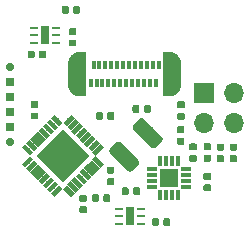
<source format=gbr>
G04 #@! TF.GenerationSoftware,KiCad,Pcbnew,6.0.0-rc1-unknown-bb2e402~84~ubuntu18.04.1*
G04 #@! TF.CreationDate,2019-10-28T15:28:56-04:00
G04 #@! TF.ProjectId,apd,6170642e-6b69-4636-9164-5f7063625858,rev?*
G04 #@! TF.SameCoordinates,Original*
G04 #@! TF.FileFunction,Soldermask,Top*
G04 #@! TF.FilePolarity,Negative*
%FSLAX46Y46*%
G04 Gerber Fmt 4.6, Leading zero omitted, Abs format (unit mm)*
G04 Created by KiCad (PCBNEW 6.0.0-rc1-unknown-bb2e402~84~ubuntu18.04.1) date Mon 28 Oct 2019 03:28:56 PM EDT*
%MOMM*%
%LPD*%
G04 APERTURE LIST*
%ADD10O,1.700000X1.700000*%
%ADD11R,1.700000X1.700000*%
%ADD12C,0.100000*%
%ADD13C,0.590000*%
%ADD14C,1.000000*%
%ADD15R,0.300000X0.750000*%
%ADD16C,0.700000*%
%ADD17C,0.700000*%
%ADD18R,0.700000X0.700000*%
%ADD19C,0.704800*%
%ADD20C,0.420000*%
%ADD21C,3.200000*%
%ADD22C,0.400000*%
%ADD23R,0.850000X0.300000*%
%ADD24R,0.300000X0.850000*%
%ADD25R,1.550000X1.550000*%
%ADD26R,0.800000X1.600000*%
%ADD27R,0.762000X0.254000*%
%ADD28C,1.250000*%
%ADD29R,0.729800X0.248400*%
G04 APERTURE END LIST*
D10*
X209340000Y-101320000D03*
X206800000Y-101320000D03*
X209340000Y-98780000D03*
D11*
X206800000Y-98780000D03*
D12*
G36*
X199106958Y-105035710D02*
G01*
X199121276Y-105037834D01*
X199135317Y-105041351D01*
X199148946Y-105046228D01*
X199162031Y-105052417D01*
X199174447Y-105059858D01*
X199186073Y-105068481D01*
X199196798Y-105078202D01*
X199206519Y-105088927D01*
X199215142Y-105100553D01*
X199222583Y-105112969D01*
X199228772Y-105126054D01*
X199233649Y-105139683D01*
X199237166Y-105153724D01*
X199239290Y-105168042D01*
X199240000Y-105182500D01*
X199240000Y-105477500D01*
X199239290Y-105491958D01*
X199237166Y-105506276D01*
X199233649Y-105520317D01*
X199228772Y-105533946D01*
X199222583Y-105547031D01*
X199215142Y-105559447D01*
X199206519Y-105571073D01*
X199196798Y-105581798D01*
X199186073Y-105591519D01*
X199174447Y-105600142D01*
X199162031Y-105607583D01*
X199148946Y-105613772D01*
X199135317Y-105618649D01*
X199121276Y-105622166D01*
X199106958Y-105624290D01*
X199092500Y-105625000D01*
X198747500Y-105625000D01*
X198733042Y-105624290D01*
X198718724Y-105622166D01*
X198704683Y-105618649D01*
X198691054Y-105613772D01*
X198677969Y-105607583D01*
X198665553Y-105600142D01*
X198653927Y-105591519D01*
X198643202Y-105581798D01*
X198633481Y-105571073D01*
X198624858Y-105559447D01*
X198617417Y-105547031D01*
X198611228Y-105533946D01*
X198606351Y-105520317D01*
X198602834Y-105506276D01*
X198600710Y-105491958D01*
X198600000Y-105477500D01*
X198600000Y-105182500D01*
X198600710Y-105168042D01*
X198602834Y-105153724D01*
X198606351Y-105139683D01*
X198611228Y-105126054D01*
X198617417Y-105112969D01*
X198624858Y-105100553D01*
X198633481Y-105088927D01*
X198643202Y-105078202D01*
X198653927Y-105068481D01*
X198665553Y-105059858D01*
X198677969Y-105052417D01*
X198691054Y-105046228D01*
X198704683Y-105041351D01*
X198718724Y-105037834D01*
X198733042Y-105035710D01*
X198747500Y-105035000D01*
X199092500Y-105035000D01*
X199106958Y-105035710D01*
X199106958Y-105035710D01*
G37*
D13*
X198920000Y-105330000D03*
D12*
G36*
X199106958Y-106005710D02*
G01*
X199121276Y-106007834D01*
X199135317Y-106011351D01*
X199148946Y-106016228D01*
X199162031Y-106022417D01*
X199174447Y-106029858D01*
X199186073Y-106038481D01*
X199196798Y-106048202D01*
X199206519Y-106058927D01*
X199215142Y-106070553D01*
X199222583Y-106082969D01*
X199228772Y-106096054D01*
X199233649Y-106109683D01*
X199237166Y-106123724D01*
X199239290Y-106138042D01*
X199240000Y-106152500D01*
X199240000Y-106447500D01*
X199239290Y-106461958D01*
X199237166Y-106476276D01*
X199233649Y-106490317D01*
X199228772Y-106503946D01*
X199222583Y-106517031D01*
X199215142Y-106529447D01*
X199206519Y-106541073D01*
X199196798Y-106551798D01*
X199186073Y-106561519D01*
X199174447Y-106570142D01*
X199162031Y-106577583D01*
X199148946Y-106583772D01*
X199135317Y-106588649D01*
X199121276Y-106592166D01*
X199106958Y-106594290D01*
X199092500Y-106595000D01*
X198747500Y-106595000D01*
X198733042Y-106594290D01*
X198718724Y-106592166D01*
X198704683Y-106588649D01*
X198691054Y-106583772D01*
X198677969Y-106577583D01*
X198665553Y-106570142D01*
X198653927Y-106561519D01*
X198643202Y-106551798D01*
X198633481Y-106541073D01*
X198624858Y-106529447D01*
X198617417Y-106517031D01*
X198611228Y-106503946D01*
X198606351Y-106490317D01*
X198602834Y-106476276D01*
X198600710Y-106461958D01*
X198600000Y-106447500D01*
X198600000Y-106152500D01*
X198600710Y-106138042D01*
X198602834Y-106123724D01*
X198606351Y-106109683D01*
X198611228Y-106096054D01*
X198617417Y-106082969D01*
X198624858Y-106070553D01*
X198633481Y-106058927D01*
X198643202Y-106048202D01*
X198653927Y-106038481D01*
X198665553Y-106029858D01*
X198677969Y-106022417D01*
X198691054Y-106016228D01*
X198704683Y-106011351D01*
X198718724Y-106007834D01*
X198733042Y-106005710D01*
X198747500Y-106005000D01*
X199092500Y-106005000D01*
X199106958Y-106005710D01*
X199106958Y-106005710D01*
G37*
D13*
X198920000Y-106300000D03*
D12*
G36*
X195226958Y-91440710D02*
G01*
X195241276Y-91442834D01*
X195255317Y-91446351D01*
X195268946Y-91451228D01*
X195282031Y-91457417D01*
X195294447Y-91464858D01*
X195306073Y-91473481D01*
X195316798Y-91483202D01*
X195326519Y-91493927D01*
X195335142Y-91505553D01*
X195342583Y-91517969D01*
X195348772Y-91531054D01*
X195353649Y-91544683D01*
X195357166Y-91558724D01*
X195359290Y-91573042D01*
X195360000Y-91587500D01*
X195360000Y-91932500D01*
X195359290Y-91946958D01*
X195357166Y-91961276D01*
X195353649Y-91975317D01*
X195348772Y-91988946D01*
X195342583Y-92002031D01*
X195335142Y-92014447D01*
X195326519Y-92026073D01*
X195316798Y-92036798D01*
X195306073Y-92046519D01*
X195294447Y-92055142D01*
X195282031Y-92062583D01*
X195268946Y-92068772D01*
X195255317Y-92073649D01*
X195241276Y-92077166D01*
X195226958Y-92079290D01*
X195212500Y-92080000D01*
X194917500Y-92080000D01*
X194903042Y-92079290D01*
X194888724Y-92077166D01*
X194874683Y-92073649D01*
X194861054Y-92068772D01*
X194847969Y-92062583D01*
X194835553Y-92055142D01*
X194823927Y-92046519D01*
X194813202Y-92036798D01*
X194803481Y-92026073D01*
X194794858Y-92014447D01*
X194787417Y-92002031D01*
X194781228Y-91988946D01*
X194776351Y-91975317D01*
X194772834Y-91961276D01*
X194770710Y-91946958D01*
X194770000Y-91932500D01*
X194770000Y-91587500D01*
X194770710Y-91573042D01*
X194772834Y-91558724D01*
X194776351Y-91544683D01*
X194781228Y-91531054D01*
X194787417Y-91517969D01*
X194794858Y-91505553D01*
X194803481Y-91493927D01*
X194813202Y-91483202D01*
X194823927Y-91473481D01*
X194835553Y-91464858D01*
X194847969Y-91457417D01*
X194861054Y-91451228D01*
X194874683Y-91446351D01*
X194888724Y-91442834D01*
X194903042Y-91440710D01*
X194917500Y-91440000D01*
X195212500Y-91440000D01*
X195226958Y-91440710D01*
X195226958Y-91440710D01*
G37*
D13*
X195065000Y-91760000D03*
D12*
G36*
X196196958Y-91440710D02*
G01*
X196211276Y-91442834D01*
X196225317Y-91446351D01*
X196238946Y-91451228D01*
X196252031Y-91457417D01*
X196264447Y-91464858D01*
X196276073Y-91473481D01*
X196286798Y-91483202D01*
X196296519Y-91493927D01*
X196305142Y-91505553D01*
X196312583Y-91517969D01*
X196318772Y-91531054D01*
X196323649Y-91544683D01*
X196327166Y-91558724D01*
X196329290Y-91573042D01*
X196330000Y-91587500D01*
X196330000Y-91932500D01*
X196329290Y-91946958D01*
X196327166Y-91961276D01*
X196323649Y-91975317D01*
X196318772Y-91988946D01*
X196312583Y-92002031D01*
X196305142Y-92014447D01*
X196296519Y-92026073D01*
X196286798Y-92036798D01*
X196276073Y-92046519D01*
X196264447Y-92055142D01*
X196252031Y-92062583D01*
X196238946Y-92068772D01*
X196225317Y-92073649D01*
X196211276Y-92077166D01*
X196196958Y-92079290D01*
X196182500Y-92080000D01*
X195887500Y-92080000D01*
X195873042Y-92079290D01*
X195858724Y-92077166D01*
X195844683Y-92073649D01*
X195831054Y-92068772D01*
X195817969Y-92062583D01*
X195805553Y-92055142D01*
X195793927Y-92046519D01*
X195783202Y-92036798D01*
X195773481Y-92026073D01*
X195764858Y-92014447D01*
X195757417Y-92002031D01*
X195751228Y-91988946D01*
X195746351Y-91975317D01*
X195742834Y-91961276D01*
X195740710Y-91946958D01*
X195740000Y-91932500D01*
X195740000Y-91587500D01*
X195740710Y-91573042D01*
X195742834Y-91558724D01*
X195746351Y-91544683D01*
X195751228Y-91531054D01*
X195757417Y-91517969D01*
X195764858Y-91505553D01*
X195773481Y-91493927D01*
X195783202Y-91483202D01*
X195793927Y-91473481D01*
X195805553Y-91464858D01*
X195817969Y-91457417D01*
X195831054Y-91451228D01*
X195844683Y-91446351D01*
X195858724Y-91442834D01*
X195873042Y-91440710D01*
X195887500Y-91440000D01*
X196182500Y-91440000D01*
X196196958Y-91440710D01*
X196196958Y-91440710D01*
G37*
D13*
X196035000Y-91760000D03*
D12*
G36*
X198131958Y-100420710D02*
G01*
X198146276Y-100422834D01*
X198160317Y-100426351D01*
X198173946Y-100431228D01*
X198187031Y-100437417D01*
X198199447Y-100444858D01*
X198211073Y-100453481D01*
X198221798Y-100463202D01*
X198231519Y-100473927D01*
X198240142Y-100485553D01*
X198247583Y-100497969D01*
X198253772Y-100511054D01*
X198258649Y-100524683D01*
X198262166Y-100538724D01*
X198264290Y-100553042D01*
X198265000Y-100567500D01*
X198265000Y-100912500D01*
X198264290Y-100926958D01*
X198262166Y-100941276D01*
X198258649Y-100955317D01*
X198253772Y-100968946D01*
X198247583Y-100982031D01*
X198240142Y-100994447D01*
X198231519Y-101006073D01*
X198221798Y-101016798D01*
X198211073Y-101026519D01*
X198199447Y-101035142D01*
X198187031Y-101042583D01*
X198173946Y-101048772D01*
X198160317Y-101053649D01*
X198146276Y-101057166D01*
X198131958Y-101059290D01*
X198117500Y-101060000D01*
X197822500Y-101060000D01*
X197808042Y-101059290D01*
X197793724Y-101057166D01*
X197779683Y-101053649D01*
X197766054Y-101048772D01*
X197752969Y-101042583D01*
X197740553Y-101035142D01*
X197728927Y-101026519D01*
X197718202Y-101016798D01*
X197708481Y-101006073D01*
X197699858Y-100994447D01*
X197692417Y-100982031D01*
X197686228Y-100968946D01*
X197681351Y-100955317D01*
X197677834Y-100941276D01*
X197675710Y-100926958D01*
X197675000Y-100912500D01*
X197675000Y-100567500D01*
X197675710Y-100553042D01*
X197677834Y-100538724D01*
X197681351Y-100524683D01*
X197686228Y-100511054D01*
X197692417Y-100497969D01*
X197699858Y-100485553D01*
X197708481Y-100473927D01*
X197718202Y-100463202D01*
X197728927Y-100453481D01*
X197740553Y-100444858D01*
X197752969Y-100437417D01*
X197766054Y-100431228D01*
X197779683Y-100426351D01*
X197793724Y-100422834D01*
X197808042Y-100420710D01*
X197822500Y-100420000D01*
X198117500Y-100420000D01*
X198131958Y-100420710D01*
X198131958Y-100420710D01*
G37*
D13*
X197970000Y-100740000D03*
D12*
G36*
X199101958Y-100420710D02*
G01*
X199116276Y-100422834D01*
X199130317Y-100426351D01*
X199143946Y-100431228D01*
X199157031Y-100437417D01*
X199169447Y-100444858D01*
X199181073Y-100453481D01*
X199191798Y-100463202D01*
X199201519Y-100473927D01*
X199210142Y-100485553D01*
X199217583Y-100497969D01*
X199223772Y-100511054D01*
X199228649Y-100524683D01*
X199232166Y-100538724D01*
X199234290Y-100553042D01*
X199235000Y-100567500D01*
X199235000Y-100912500D01*
X199234290Y-100926958D01*
X199232166Y-100941276D01*
X199228649Y-100955317D01*
X199223772Y-100968946D01*
X199217583Y-100982031D01*
X199210142Y-100994447D01*
X199201519Y-101006073D01*
X199191798Y-101016798D01*
X199181073Y-101026519D01*
X199169447Y-101035142D01*
X199157031Y-101042583D01*
X199143946Y-101048772D01*
X199130317Y-101053649D01*
X199116276Y-101057166D01*
X199101958Y-101059290D01*
X199087500Y-101060000D01*
X198792500Y-101060000D01*
X198778042Y-101059290D01*
X198763724Y-101057166D01*
X198749683Y-101053649D01*
X198736054Y-101048772D01*
X198722969Y-101042583D01*
X198710553Y-101035142D01*
X198698927Y-101026519D01*
X198688202Y-101016798D01*
X198678481Y-101006073D01*
X198669858Y-100994447D01*
X198662417Y-100982031D01*
X198656228Y-100968946D01*
X198651351Y-100955317D01*
X198647834Y-100941276D01*
X198645710Y-100926958D01*
X198645000Y-100912500D01*
X198645000Y-100567500D01*
X198645710Y-100553042D01*
X198647834Y-100538724D01*
X198651351Y-100524683D01*
X198656228Y-100511054D01*
X198662417Y-100497969D01*
X198669858Y-100485553D01*
X198678481Y-100473927D01*
X198688202Y-100463202D01*
X198698927Y-100453481D01*
X198710553Y-100444858D01*
X198722969Y-100437417D01*
X198736054Y-100431228D01*
X198749683Y-100426351D01*
X198763724Y-100422834D01*
X198778042Y-100420710D01*
X198792500Y-100420000D01*
X199087500Y-100420000D01*
X199101958Y-100420710D01*
X199101958Y-100420710D01*
G37*
D13*
X198940000Y-100740000D03*
D12*
G36*
X197796958Y-107376710D02*
G01*
X197811276Y-107378834D01*
X197825317Y-107382351D01*
X197838946Y-107387228D01*
X197852031Y-107393417D01*
X197864447Y-107400858D01*
X197876073Y-107409481D01*
X197886798Y-107419202D01*
X197896519Y-107429927D01*
X197905142Y-107441553D01*
X197912583Y-107453969D01*
X197918772Y-107467054D01*
X197923649Y-107480683D01*
X197927166Y-107494724D01*
X197929290Y-107509042D01*
X197930000Y-107523500D01*
X197930000Y-107868500D01*
X197929290Y-107882958D01*
X197927166Y-107897276D01*
X197923649Y-107911317D01*
X197918772Y-107924946D01*
X197912583Y-107938031D01*
X197905142Y-107950447D01*
X197896519Y-107962073D01*
X197886798Y-107972798D01*
X197876073Y-107982519D01*
X197864447Y-107991142D01*
X197852031Y-107998583D01*
X197838946Y-108004772D01*
X197825317Y-108009649D01*
X197811276Y-108013166D01*
X197796958Y-108015290D01*
X197782500Y-108016000D01*
X197487500Y-108016000D01*
X197473042Y-108015290D01*
X197458724Y-108013166D01*
X197444683Y-108009649D01*
X197431054Y-108004772D01*
X197417969Y-107998583D01*
X197405553Y-107991142D01*
X197393927Y-107982519D01*
X197383202Y-107972798D01*
X197373481Y-107962073D01*
X197364858Y-107950447D01*
X197357417Y-107938031D01*
X197351228Y-107924946D01*
X197346351Y-107911317D01*
X197342834Y-107897276D01*
X197340710Y-107882958D01*
X197340000Y-107868500D01*
X197340000Y-107523500D01*
X197340710Y-107509042D01*
X197342834Y-107494724D01*
X197346351Y-107480683D01*
X197351228Y-107467054D01*
X197357417Y-107453969D01*
X197364858Y-107441553D01*
X197373481Y-107429927D01*
X197383202Y-107419202D01*
X197393927Y-107409481D01*
X197405553Y-107400858D01*
X197417969Y-107393417D01*
X197431054Y-107387228D01*
X197444683Y-107382351D01*
X197458724Y-107378834D01*
X197473042Y-107376710D01*
X197487500Y-107376000D01*
X197782500Y-107376000D01*
X197796958Y-107376710D01*
X197796958Y-107376710D01*
G37*
D13*
X197635000Y-107696000D03*
D12*
G36*
X198766958Y-107376710D02*
G01*
X198781276Y-107378834D01*
X198795317Y-107382351D01*
X198808946Y-107387228D01*
X198822031Y-107393417D01*
X198834447Y-107400858D01*
X198846073Y-107409481D01*
X198856798Y-107419202D01*
X198866519Y-107429927D01*
X198875142Y-107441553D01*
X198882583Y-107453969D01*
X198888772Y-107467054D01*
X198893649Y-107480683D01*
X198897166Y-107494724D01*
X198899290Y-107509042D01*
X198900000Y-107523500D01*
X198900000Y-107868500D01*
X198899290Y-107882958D01*
X198897166Y-107897276D01*
X198893649Y-107911317D01*
X198888772Y-107924946D01*
X198882583Y-107938031D01*
X198875142Y-107950447D01*
X198866519Y-107962073D01*
X198856798Y-107972798D01*
X198846073Y-107982519D01*
X198834447Y-107991142D01*
X198822031Y-107998583D01*
X198808946Y-108004772D01*
X198795317Y-108009649D01*
X198781276Y-108013166D01*
X198766958Y-108015290D01*
X198752500Y-108016000D01*
X198457500Y-108016000D01*
X198443042Y-108015290D01*
X198428724Y-108013166D01*
X198414683Y-108009649D01*
X198401054Y-108004772D01*
X198387969Y-107998583D01*
X198375553Y-107991142D01*
X198363927Y-107982519D01*
X198353202Y-107972798D01*
X198343481Y-107962073D01*
X198334858Y-107950447D01*
X198327417Y-107938031D01*
X198321228Y-107924946D01*
X198316351Y-107911317D01*
X198312834Y-107897276D01*
X198310710Y-107882958D01*
X198310000Y-107868500D01*
X198310000Y-107523500D01*
X198310710Y-107509042D01*
X198312834Y-107494724D01*
X198316351Y-107480683D01*
X198321228Y-107467054D01*
X198327417Y-107453969D01*
X198334858Y-107441553D01*
X198343481Y-107429927D01*
X198353202Y-107419202D01*
X198363927Y-107409481D01*
X198375553Y-107400858D01*
X198387969Y-107393417D01*
X198401054Y-107387228D01*
X198414683Y-107382351D01*
X198428724Y-107378834D01*
X198443042Y-107376710D01*
X198457500Y-107376000D01*
X198752500Y-107376000D01*
X198766958Y-107376710D01*
X198766958Y-107376710D01*
G37*
D13*
X198605000Y-107696000D03*
D12*
G36*
X209496958Y-103080710D02*
G01*
X209511276Y-103082834D01*
X209525317Y-103086351D01*
X209538946Y-103091228D01*
X209552031Y-103097417D01*
X209564447Y-103104858D01*
X209576073Y-103113481D01*
X209586798Y-103123202D01*
X209596519Y-103133927D01*
X209605142Y-103145553D01*
X209612583Y-103157969D01*
X209618772Y-103171054D01*
X209623649Y-103184683D01*
X209627166Y-103198724D01*
X209629290Y-103213042D01*
X209630000Y-103227500D01*
X209630000Y-103522500D01*
X209629290Y-103536958D01*
X209627166Y-103551276D01*
X209623649Y-103565317D01*
X209618772Y-103578946D01*
X209612583Y-103592031D01*
X209605142Y-103604447D01*
X209596519Y-103616073D01*
X209586798Y-103626798D01*
X209576073Y-103636519D01*
X209564447Y-103645142D01*
X209552031Y-103652583D01*
X209538946Y-103658772D01*
X209525317Y-103663649D01*
X209511276Y-103667166D01*
X209496958Y-103669290D01*
X209482500Y-103670000D01*
X209137500Y-103670000D01*
X209123042Y-103669290D01*
X209108724Y-103667166D01*
X209094683Y-103663649D01*
X209081054Y-103658772D01*
X209067969Y-103652583D01*
X209055553Y-103645142D01*
X209043927Y-103636519D01*
X209033202Y-103626798D01*
X209023481Y-103616073D01*
X209014858Y-103604447D01*
X209007417Y-103592031D01*
X209001228Y-103578946D01*
X208996351Y-103565317D01*
X208992834Y-103551276D01*
X208990710Y-103536958D01*
X208990000Y-103522500D01*
X208990000Y-103227500D01*
X208990710Y-103213042D01*
X208992834Y-103198724D01*
X208996351Y-103184683D01*
X209001228Y-103171054D01*
X209007417Y-103157969D01*
X209014858Y-103145553D01*
X209023481Y-103133927D01*
X209033202Y-103123202D01*
X209043927Y-103113481D01*
X209055553Y-103104858D01*
X209067969Y-103097417D01*
X209081054Y-103091228D01*
X209094683Y-103086351D01*
X209108724Y-103082834D01*
X209123042Y-103080710D01*
X209137500Y-103080000D01*
X209482500Y-103080000D01*
X209496958Y-103080710D01*
X209496958Y-103080710D01*
G37*
D13*
X209310000Y-103375000D03*
D12*
G36*
X209496958Y-104050710D02*
G01*
X209511276Y-104052834D01*
X209525317Y-104056351D01*
X209538946Y-104061228D01*
X209552031Y-104067417D01*
X209564447Y-104074858D01*
X209576073Y-104083481D01*
X209586798Y-104093202D01*
X209596519Y-104103927D01*
X209605142Y-104115553D01*
X209612583Y-104127969D01*
X209618772Y-104141054D01*
X209623649Y-104154683D01*
X209627166Y-104168724D01*
X209629290Y-104183042D01*
X209630000Y-104197500D01*
X209630000Y-104492500D01*
X209629290Y-104506958D01*
X209627166Y-104521276D01*
X209623649Y-104535317D01*
X209618772Y-104548946D01*
X209612583Y-104562031D01*
X209605142Y-104574447D01*
X209596519Y-104586073D01*
X209586798Y-104596798D01*
X209576073Y-104606519D01*
X209564447Y-104615142D01*
X209552031Y-104622583D01*
X209538946Y-104628772D01*
X209525317Y-104633649D01*
X209511276Y-104637166D01*
X209496958Y-104639290D01*
X209482500Y-104640000D01*
X209137500Y-104640000D01*
X209123042Y-104639290D01*
X209108724Y-104637166D01*
X209094683Y-104633649D01*
X209081054Y-104628772D01*
X209067969Y-104622583D01*
X209055553Y-104615142D01*
X209043927Y-104606519D01*
X209033202Y-104596798D01*
X209023481Y-104586073D01*
X209014858Y-104574447D01*
X209007417Y-104562031D01*
X209001228Y-104548946D01*
X208996351Y-104535317D01*
X208992834Y-104521276D01*
X208990710Y-104506958D01*
X208990000Y-104492500D01*
X208990000Y-104197500D01*
X208990710Y-104183042D01*
X208992834Y-104168724D01*
X208996351Y-104154683D01*
X209001228Y-104141054D01*
X209007417Y-104127969D01*
X209014858Y-104115553D01*
X209023481Y-104103927D01*
X209033202Y-104093202D01*
X209043927Y-104083481D01*
X209055553Y-104074858D01*
X209067969Y-104067417D01*
X209081054Y-104061228D01*
X209094683Y-104056351D01*
X209108724Y-104052834D01*
X209123042Y-104050710D01*
X209137500Y-104050000D01*
X209482500Y-104050000D01*
X209496958Y-104050710D01*
X209496958Y-104050710D01*
G37*
D13*
X209310000Y-104345000D03*
D12*
G36*
X208396958Y-104050710D02*
G01*
X208411276Y-104052834D01*
X208425317Y-104056351D01*
X208438946Y-104061228D01*
X208452031Y-104067417D01*
X208464447Y-104074858D01*
X208476073Y-104083481D01*
X208486798Y-104093202D01*
X208496519Y-104103927D01*
X208505142Y-104115553D01*
X208512583Y-104127969D01*
X208518772Y-104141054D01*
X208523649Y-104154683D01*
X208527166Y-104168724D01*
X208529290Y-104183042D01*
X208530000Y-104197500D01*
X208530000Y-104492500D01*
X208529290Y-104506958D01*
X208527166Y-104521276D01*
X208523649Y-104535317D01*
X208518772Y-104548946D01*
X208512583Y-104562031D01*
X208505142Y-104574447D01*
X208496519Y-104586073D01*
X208486798Y-104596798D01*
X208476073Y-104606519D01*
X208464447Y-104615142D01*
X208452031Y-104622583D01*
X208438946Y-104628772D01*
X208425317Y-104633649D01*
X208411276Y-104637166D01*
X208396958Y-104639290D01*
X208382500Y-104640000D01*
X208037500Y-104640000D01*
X208023042Y-104639290D01*
X208008724Y-104637166D01*
X207994683Y-104633649D01*
X207981054Y-104628772D01*
X207967969Y-104622583D01*
X207955553Y-104615142D01*
X207943927Y-104606519D01*
X207933202Y-104596798D01*
X207923481Y-104586073D01*
X207914858Y-104574447D01*
X207907417Y-104562031D01*
X207901228Y-104548946D01*
X207896351Y-104535317D01*
X207892834Y-104521276D01*
X207890710Y-104506958D01*
X207890000Y-104492500D01*
X207890000Y-104197500D01*
X207890710Y-104183042D01*
X207892834Y-104168724D01*
X207896351Y-104154683D01*
X207901228Y-104141054D01*
X207907417Y-104127969D01*
X207914858Y-104115553D01*
X207923481Y-104103927D01*
X207933202Y-104093202D01*
X207943927Y-104083481D01*
X207955553Y-104074858D01*
X207967969Y-104067417D01*
X207981054Y-104061228D01*
X207994683Y-104056351D01*
X208008724Y-104052834D01*
X208023042Y-104050710D01*
X208037500Y-104050000D01*
X208382500Y-104050000D01*
X208396958Y-104050710D01*
X208396958Y-104050710D01*
G37*
D13*
X208210000Y-104345000D03*
D12*
G36*
X208396958Y-103080710D02*
G01*
X208411276Y-103082834D01*
X208425317Y-103086351D01*
X208438946Y-103091228D01*
X208452031Y-103097417D01*
X208464447Y-103104858D01*
X208476073Y-103113481D01*
X208486798Y-103123202D01*
X208496519Y-103133927D01*
X208505142Y-103145553D01*
X208512583Y-103157969D01*
X208518772Y-103171054D01*
X208523649Y-103184683D01*
X208527166Y-103198724D01*
X208529290Y-103213042D01*
X208530000Y-103227500D01*
X208530000Y-103522500D01*
X208529290Y-103536958D01*
X208527166Y-103551276D01*
X208523649Y-103565317D01*
X208518772Y-103578946D01*
X208512583Y-103592031D01*
X208505142Y-103604447D01*
X208496519Y-103616073D01*
X208486798Y-103626798D01*
X208476073Y-103636519D01*
X208464447Y-103645142D01*
X208452031Y-103652583D01*
X208438946Y-103658772D01*
X208425317Y-103663649D01*
X208411276Y-103667166D01*
X208396958Y-103669290D01*
X208382500Y-103670000D01*
X208037500Y-103670000D01*
X208023042Y-103669290D01*
X208008724Y-103667166D01*
X207994683Y-103663649D01*
X207981054Y-103658772D01*
X207967969Y-103652583D01*
X207955553Y-103645142D01*
X207943927Y-103636519D01*
X207933202Y-103626798D01*
X207923481Y-103616073D01*
X207914858Y-103604447D01*
X207907417Y-103592031D01*
X207901228Y-103578946D01*
X207896351Y-103565317D01*
X207892834Y-103551276D01*
X207890710Y-103536958D01*
X207890000Y-103522500D01*
X207890000Y-103227500D01*
X207890710Y-103213042D01*
X207892834Y-103198724D01*
X207896351Y-103184683D01*
X207901228Y-103171054D01*
X207907417Y-103157969D01*
X207914858Y-103145553D01*
X207923481Y-103133927D01*
X207933202Y-103123202D01*
X207943927Y-103113481D01*
X207955553Y-103104858D01*
X207967969Y-103097417D01*
X207981054Y-103091228D01*
X207994683Y-103086351D01*
X208008724Y-103082834D01*
X208023042Y-103080710D01*
X208037500Y-103080000D01*
X208382500Y-103080000D01*
X208396958Y-103080710D01*
X208396958Y-103080710D01*
G37*
D13*
X208210000Y-103375000D03*
D12*
G36*
X207296958Y-104025710D02*
G01*
X207311276Y-104027834D01*
X207325317Y-104031351D01*
X207338946Y-104036228D01*
X207352031Y-104042417D01*
X207364447Y-104049858D01*
X207376073Y-104058481D01*
X207386798Y-104068202D01*
X207396519Y-104078927D01*
X207405142Y-104090553D01*
X207412583Y-104102969D01*
X207418772Y-104116054D01*
X207423649Y-104129683D01*
X207427166Y-104143724D01*
X207429290Y-104158042D01*
X207430000Y-104172500D01*
X207430000Y-104467500D01*
X207429290Y-104481958D01*
X207427166Y-104496276D01*
X207423649Y-104510317D01*
X207418772Y-104523946D01*
X207412583Y-104537031D01*
X207405142Y-104549447D01*
X207396519Y-104561073D01*
X207386798Y-104571798D01*
X207376073Y-104581519D01*
X207364447Y-104590142D01*
X207352031Y-104597583D01*
X207338946Y-104603772D01*
X207325317Y-104608649D01*
X207311276Y-104612166D01*
X207296958Y-104614290D01*
X207282500Y-104615000D01*
X206937500Y-104615000D01*
X206923042Y-104614290D01*
X206908724Y-104612166D01*
X206894683Y-104608649D01*
X206881054Y-104603772D01*
X206867969Y-104597583D01*
X206855553Y-104590142D01*
X206843927Y-104581519D01*
X206833202Y-104571798D01*
X206823481Y-104561073D01*
X206814858Y-104549447D01*
X206807417Y-104537031D01*
X206801228Y-104523946D01*
X206796351Y-104510317D01*
X206792834Y-104496276D01*
X206790710Y-104481958D01*
X206790000Y-104467500D01*
X206790000Y-104172500D01*
X206790710Y-104158042D01*
X206792834Y-104143724D01*
X206796351Y-104129683D01*
X206801228Y-104116054D01*
X206807417Y-104102969D01*
X206814858Y-104090553D01*
X206823481Y-104078927D01*
X206833202Y-104068202D01*
X206843927Y-104058481D01*
X206855553Y-104049858D01*
X206867969Y-104042417D01*
X206881054Y-104036228D01*
X206894683Y-104031351D01*
X206908724Y-104027834D01*
X206923042Y-104025710D01*
X206937500Y-104025000D01*
X207282500Y-104025000D01*
X207296958Y-104025710D01*
X207296958Y-104025710D01*
G37*
D13*
X207110000Y-104320000D03*
D12*
G36*
X207296958Y-103055710D02*
G01*
X207311276Y-103057834D01*
X207325317Y-103061351D01*
X207338946Y-103066228D01*
X207352031Y-103072417D01*
X207364447Y-103079858D01*
X207376073Y-103088481D01*
X207386798Y-103098202D01*
X207396519Y-103108927D01*
X207405142Y-103120553D01*
X207412583Y-103132969D01*
X207418772Y-103146054D01*
X207423649Y-103159683D01*
X207427166Y-103173724D01*
X207429290Y-103188042D01*
X207430000Y-103202500D01*
X207430000Y-103497500D01*
X207429290Y-103511958D01*
X207427166Y-103526276D01*
X207423649Y-103540317D01*
X207418772Y-103553946D01*
X207412583Y-103567031D01*
X207405142Y-103579447D01*
X207396519Y-103591073D01*
X207386798Y-103601798D01*
X207376073Y-103611519D01*
X207364447Y-103620142D01*
X207352031Y-103627583D01*
X207338946Y-103633772D01*
X207325317Y-103638649D01*
X207311276Y-103642166D01*
X207296958Y-103644290D01*
X207282500Y-103645000D01*
X206937500Y-103645000D01*
X206923042Y-103644290D01*
X206908724Y-103642166D01*
X206894683Y-103638649D01*
X206881054Y-103633772D01*
X206867969Y-103627583D01*
X206855553Y-103620142D01*
X206843927Y-103611519D01*
X206833202Y-103601798D01*
X206823481Y-103591073D01*
X206814858Y-103579447D01*
X206807417Y-103567031D01*
X206801228Y-103553946D01*
X206796351Y-103540317D01*
X206792834Y-103526276D01*
X206790710Y-103511958D01*
X206790000Y-103497500D01*
X206790000Y-103202500D01*
X206790710Y-103188042D01*
X206792834Y-103173724D01*
X206796351Y-103159683D01*
X206801228Y-103146054D01*
X206807417Y-103132969D01*
X206814858Y-103120553D01*
X206823481Y-103108927D01*
X206833202Y-103098202D01*
X206843927Y-103088481D01*
X206855553Y-103079858D01*
X206867969Y-103072417D01*
X206881054Y-103066228D01*
X206894683Y-103061351D01*
X206908724Y-103057834D01*
X206923042Y-103055710D01*
X206937500Y-103055000D01*
X207282500Y-103055000D01*
X207296958Y-103055710D01*
X207296958Y-103055710D01*
G37*
D13*
X207110000Y-103350000D03*
D12*
G36*
X205036958Y-102580710D02*
G01*
X205051276Y-102582834D01*
X205065317Y-102586351D01*
X205078946Y-102591228D01*
X205092031Y-102597417D01*
X205104447Y-102604858D01*
X205116073Y-102613481D01*
X205126798Y-102623202D01*
X205136519Y-102633927D01*
X205145142Y-102645553D01*
X205152583Y-102657969D01*
X205158772Y-102671054D01*
X205163649Y-102684683D01*
X205167166Y-102698724D01*
X205169290Y-102713042D01*
X205170000Y-102727500D01*
X205170000Y-103022500D01*
X205169290Y-103036958D01*
X205167166Y-103051276D01*
X205163649Y-103065317D01*
X205158772Y-103078946D01*
X205152583Y-103092031D01*
X205145142Y-103104447D01*
X205136519Y-103116073D01*
X205126798Y-103126798D01*
X205116073Y-103136519D01*
X205104447Y-103145142D01*
X205092031Y-103152583D01*
X205078946Y-103158772D01*
X205065317Y-103163649D01*
X205051276Y-103167166D01*
X205036958Y-103169290D01*
X205022500Y-103170000D01*
X204677500Y-103170000D01*
X204663042Y-103169290D01*
X204648724Y-103167166D01*
X204634683Y-103163649D01*
X204621054Y-103158772D01*
X204607969Y-103152583D01*
X204595553Y-103145142D01*
X204583927Y-103136519D01*
X204573202Y-103126798D01*
X204563481Y-103116073D01*
X204554858Y-103104447D01*
X204547417Y-103092031D01*
X204541228Y-103078946D01*
X204536351Y-103065317D01*
X204532834Y-103051276D01*
X204530710Y-103036958D01*
X204530000Y-103022500D01*
X204530000Y-102727500D01*
X204530710Y-102713042D01*
X204532834Y-102698724D01*
X204536351Y-102684683D01*
X204541228Y-102671054D01*
X204547417Y-102657969D01*
X204554858Y-102645553D01*
X204563481Y-102633927D01*
X204573202Y-102623202D01*
X204583927Y-102613481D01*
X204595553Y-102604858D01*
X204607969Y-102597417D01*
X204621054Y-102591228D01*
X204634683Y-102586351D01*
X204648724Y-102582834D01*
X204663042Y-102580710D01*
X204677500Y-102580000D01*
X205022500Y-102580000D01*
X205036958Y-102580710D01*
X205036958Y-102580710D01*
G37*
D13*
X204850000Y-102875000D03*
D12*
G36*
X205036958Y-101610710D02*
G01*
X205051276Y-101612834D01*
X205065317Y-101616351D01*
X205078946Y-101621228D01*
X205092031Y-101627417D01*
X205104447Y-101634858D01*
X205116073Y-101643481D01*
X205126798Y-101653202D01*
X205136519Y-101663927D01*
X205145142Y-101675553D01*
X205152583Y-101687969D01*
X205158772Y-101701054D01*
X205163649Y-101714683D01*
X205167166Y-101728724D01*
X205169290Y-101743042D01*
X205170000Y-101757500D01*
X205170000Y-102052500D01*
X205169290Y-102066958D01*
X205167166Y-102081276D01*
X205163649Y-102095317D01*
X205158772Y-102108946D01*
X205152583Y-102122031D01*
X205145142Y-102134447D01*
X205136519Y-102146073D01*
X205126798Y-102156798D01*
X205116073Y-102166519D01*
X205104447Y-102175142D01*
X205092031Y-102182583D01*
X205078946Y-102188772D01*
X205065317Y-102193649D01*
X205051276Y-102197166D01*
X205036958Y-102199290D01*
X205022500Y-102200000D01*
X204677500Y-102200000D01*
X204663042Y-102199290D01*
X204648724Y-102197166D01*
X204634683Y-102193649D01*
X204621054Y-102188772D01*
X204607969Y-102182583D01*
X204595553Y-102175142D01*
X204583927Y-102166519D01*
X204573202Y-102156798D01*
X204563481Y-102146073D01*
X204554858Y-102134447D01*
X204547417Y-102122031D01*
X204541228Y-102108946D01*
X204536351Y-102095317D01*
X204532834Y-102081276D01*
X204530710Y-102066958D01*
X204530000Y-102052500D01*
X204530000Y-101757500D01*
X204530710Y-101743042D01*
X204532834Y-101728724D01*
X204536351Y-101714683D01*
X204541228Y-101701054D01*
X204547417Y-101687969D01*
X204554858Y-101675553D01*
X204563481Y-101663927D01*
X204573202Y-101653202D01*
X204583927Y-101643481D01*
X204595553Y-101634858D01*
X204607969Y-101627417D01*
X204621054Y-101621228D01*
X204634683Y-101616351D01*
X204648724Y-101612834D01*
X204663042Y-101610710D01*
X204677500Y-101610000D01*
X205022500Y-101610000D01*
X205036958Y-101610710D01*
X205036958Y-101610710D01*
G37*
D13*
X204850000Y-101905000D03*
D12*
G36*
X200306958Y-106790710D02*
G01*
X200321276Y-106792834D01*
X200335317Y-106796351D01*
X200348946Y-106801228D01*
X200362031Y-106807417D01*
X200374447Y-106814858D01*
X200386073Y-106823481D01*
X200396798Y-106833202D01*
X200406519Y-106843927D01*
X200415142Y-106855553D01*
X200422583Y-106867969D01*
X200428772Y-106881054D01*
X200433649Y-106894683D01*
X200437166Y-106908724D01*
X200439290Y-106923042D01*
X200440000Y-106937500D01*
X200440000Y-107282500D01*
X200439290Y-107296958D01*
X200437166Y-107311276D01*
X200433649Y-107325317D01*
X200428772Y-107338946D01*
X200422583Y-107352031D01*
X200415142Y-107364447D01*
X200406519Y-107376073D01*
X200396798Y-107386798D01*
X200386073Y-107396519D01*
X200374447Y-107405142D01*
X200362031Y-107412583D01*
X200348946Y-107418772D01*
X200335317Y-107423649D01*
X200321276Y-107427166D01*
X200306958Y-107429290D01*
X200292500Y-107430000D01*
X199997500Y-107430000D01*
X199983042Y-107429290D01*
X199968724Y-107427166D01*
X199954683Y-107423649D01*
X199941054Y-107418772D01*
X199927969Y-107412583D01*
X199915553Y-107405142D01*
X199903927Y-107396519D01*
X199893202Y-107386798D01*
X199883481Y-107376073D01*
X199874858Y-107364447D01*
X199867417Y-107352031D01*
X199861228Y-107338946D01*
X199856351Y-107325317D01*
X199852834Y-107311276D01*
X199850710Y-107296958D01*
X199850000Y-107282500D01*
X199850000Y-106937500D01*
X199850710Y-106923042D01*
X199852834Y-106908724D01*
X199856351Y-106894683D01*
X199861228Y-106881054D01*
X199867417Y-106867969D01*
X199874858Y-106855553D01*
X199883481Y-106843927D01*
X199893202Y-106833202D01*
X199903927Y-106823481D01*
X199915553Y-106814858D01*
X199927969Y-106807417D01*
X199941054Y-106801228D01*
X199954683Y-106796351D01*
X199968724Y-106792834D01*
X199983042Y-106790710D01*
X199997500Y-106790000D01*
X200292500Y-106790000D01*
X200306958Y-106790710D01*
X200306958Y-106790710D01*
G37*
D13*
X200145000Y-107110000D03*
D12*
G36*
X201276958Y-106790710D02*
G01*
X201291276Y-106792834D01*
X201305317Y-106796351D01*
X201318946Y-106801228D01*
X201332031Y-106807417D01*
X201344447Y-106814858D01*
X201356073Y-106823481D01*
X201366798Y-106833202D01*
X201376519Y-106843927D01*
X201385142Y-106855553D01*
X201392583Y-106867969D01*
X201398772Y-106881054D01*
X201403649Y-106894683D01*
X201407166Y-106908724D01*
X201409290Y-106923042D01*
X201410000Y-106937500D01*
X201410000Y-107282500D01*
X201409290Y-107296958D01*
X201407166Y-107311276D01*
X201403649Y-107325317D01*
X201398772Y-107338946D01*
X201392583Y-107352031D01*
X201385142Y-107364447D01*
X201376519Y-107376073D01*
X201366798Y-107386798D01*
X201356073Y-107396519D01*
X201344447Y-107405142D01*
X201332031Y-107412583D01*
X201318946Y-107418772D01*
X201305317Y-107423649D01*
X201291276Y-107427166D01*
X201276958Y-107429290D01*
X201262500Y-107430000D01*
X200967500Y-107430000D01*
X200953042Y-107429290D01*
X200938724Y-107427166D01*
X200924683Y-107423649D01*
X200911054Y-107418772D01*
X200897969Y-107412583D01*
X200885553Y-107405142D01*
X200873927Y-107396519D01*
X200863202Y-107386798D01*
X200853481Y-107376073D01*
X200844858Y-107364447D01*
X200837417Y-107352031D01*
X200831228Y-107338946D01*
X200826351Y-107325317D01*
X200822834Y-107311276D01*
X200820710Y-107296958D01*
X200820000Y-107282500D01*
X200820000Y-106937500D01*
X200820710Y-106923042D01*
X200822834Y-106908724D01*
X200826351Y-106894683D01*
X200831228Y-106881054D01*
X200837417Y-106867969D01*
X200844858Y-106855553D01*
X200853481Y-106843927D01*
X200863202Y-106833202D01*
X200873927Y-106823481D01*
X200885553Y-106814858D01*
X200897969Y-106807417D01*
X200911054Y-106801228D01*
X200924683Y-106796351D01*
X200938724Y-106792834D01*
X200953042Y-106790710D01*
X200967500Y-106790000D01*
X201262500Y-106790000D01*
X201276958Y-106790710D01*
X201276958Y-106790710D01*
G37*
D13*
X201115000Y-107110000D03*
D12*
G36*
X196782958Y-107424710D02*
G01*
X196797276Y-107426834D01*
X196811317Y-107430351D01*
X196824946Y-107435228D01*
X196838031Y-107441417D01*
X196850447Y-107448858D01*
X196862073Y-107457481D01*
X196872798Y-107467202D01*
X196882519Y-107477927D01*
X196891142Y-107489553D01*
X196898583Y-107501969D01*
X196904772Y-107515054D01*
X196909649Y-107528683D01*
X196913166Y-107542724D01*
X196915290Y-107557042D01*
X196916000Y-107571500D01*
X196916000Y-107866500D01*
X196915290Y-107880958D01*
X196913166Y-107895276D01*
X196909649Y-107909317D01*
X196904772Y-107922946D01*
X196898583Y-107936031D01*
X196891142Y-107948447D01*
X196882519Y-107960073D01*
X196872798Y-107970798D01*
X196862073Y-107980519D01*
X196850447Y-107989142D01*
X196838031Y-107996583D01*
X196824946Y-108002772D01*
X196811317Y-108007649D01*
X196797276Y-108011166D01*
X196782958Y-108013290D01*
X196768500Y-108014000D01*
X196423500Y-108014000D01*
X196409042Y-108013290D01*
X196394724Y-108011166D01*
X196380683Y-108007649D01*
X196367054Y-108002772D01*
X196353969Y-107996583D01*
X196341553Y-107989142D01*
X196329927Y-107980519D01*
X196319202Y-107970798D01*
X196309481Y-107960073D01*
X196300858Y-107948447D01*
X196293417Y-107936031D01*
X196287228Y-107922946D01*
X196282351Y-107909317D01*
X196278834Y-107895276D01*
X196276710Y-107880958D01*
X196276000Y-107866500D01*
X196276000Y-107571500D01*
X196276710Y-107557042D01*
X196278834Y-107542724D01*
X196282351Y-107528683D01*
X196287228Y-107515054D01*
X196293417Y-107501969D01*
X196300858Y-107489553D01*
X196309481Y-107477927D01*
X196319202Y-107467202D01*
X196329927Y-107457481D01*
X196341553Y-107448858D01*
X196353969Y-107441417D01*
X196367054Y-107435228D01*
X196380683Y-107430351D01*
X196394724Y-107426834D01*
X196409042Y-107424710D01*
X196423500Y-107424000D01*
X196768500Y-107424000D01*
X196782958Y-107424710D01*
X196782958Y-107424710D01*
G37*
D13*
X196596000Y-107719000D03*
D12*
G36*
X196782958Y-108394710D02*
G01*
X196797276Y-108396834D01*
X196811317Y-108400351D01*
X196824946Y-108405228D01*
X196838031Y-108411417D01*
X196850447Y-108418858D01*
X196862073Y-108427481D01*
X196872798Y-108437202D01*
X196882519Y-108447927D01*
X196891142Y-108459553D01*
X196898583Y-108471969D01*
X196904772Y-108485054D01*
X196909649Y-108498683D01*
X196913166Y-108512724D01*
X196915290Y-108527042D01*
X196916000Y-108541500D01*
X196916000Y-108836500D01*
X196915290Y-108850958D01*
X196913166Y-108865276D01*
X196909649Y-108879317D01*
X196904772Y-108892946D01*
X196898583Y-108906031D01*
X196891142Y-108918447D01*
X196882519Y-108930073D01*
X196872798Y-108940798D01*
X196862073Y-108950519D01*
X196850447Y-108959142D01*
X196838031Y-108966583D01*
X196824946Y-108972772D01*
X196811317Y-108977649D01*
X196797276Y-108981166D01*
X196782958Y-108983290D01*
X196768500Y-108984000D01*
X196423500Y-108984000D01*
X196409042Y-108983290D01*
X196394724Y-108981166D01*
X196380683Y-108977649D01*
X196367054Y-108972772D01*
X196353969Y-108966583D01*
X196341553Y-108959142D01*
X196329927Y-108950519D01*
X196319202Y-108940798D01*
X196309481Y-108930073D01*
X196300858Y-108918447D01*
X196293417Y-108906031D01*
X196287228Y-108892946D01*
X196282351Y-108879317D01*
X196278834Y-108865276D01*
X196276710Y-108850958D01*
X196276000Y-108836500D01*
X196276000Y-108541500D01*
X196276710Y-108527042D01*
X196278834Y-108512724D01*
X196282351Y-108498683D01*
X196287228Y-108485054D01*
X196293417Y-108471969D01*
X196300858Y-108459553D01*
X196309481Y-108447927D01*
X196319202Y-108437202D01*
X196329927Y-108427481D01*
X196341553Y-108418858D01*
X196353969Y-108411417D01*
X196367054Y-108405228D01*
X196380683Y-108400351D01*
X196394724Y-108396834D01*
X196409042Y-108394710D01*
X196423500Y-108394000D01*
X196768500Y-108394000D01*
X196782958Y-108394710D01*
X196782958Y-108394710D01*
G37*
D13*
X196596000Y-108689000D03*
D14*
X203875000Y-97200000D03*
D12*
G36*
X204000061Y-95324504D02*
G01*
X204027491Y-95327854D01*
X204027513Y-95327857D01*
X204070643Y-95335077D01*
X204070664Y-95335081D01*
X204113434Y-95344171D01*
X204113455Y-95344176D01*
X204155785Y-95355126D01*
X204155806Y-95355132D01*
X204197616Y-95367912D01*
X204197637Y-95367919D01*
X204238857Y-95382519D01*
X204238877Y-95382526D01*
X204279417Y-95398906D01*
X204279437Y-95398915D01*
X204319227Y-95417045D01*
X204319247Y-95417054D01*
X204358207Y-95436904D01*
X204358226Y-95436915D01*
X204396276Y-95458445D01*
X204396295Y-95458456D01*
X204433385Y-95481626D01*
X204433403Y-95481638D01*
X204469433Y-95506408D01*
X204469451Y-95506421D01*
X204504371Y-95532731D01*
X204504388Y-95532744D01*
X204538128Y-95560554D01*
X204538145Y-95560568D01*
X204570635Y-95589828D01*
X204570650Y-95589843D01*
X204601840Y-95620493D01*
X204601856Y-95620509D01*
X204631676Y-95652479D01*
X204631690Y-95652495D01*
X204660090Y-95685745D01*
X204660104Y-95685762D01*
X204687024Y-95720222D01*
X204687037Y-95720240D01*
X204712427Y-95755840D01*
X204712439Y-95755858D01*
X204736249Y-95792528D01*
X204736261Y-95792546D01*
X204758461Y-95830216D01*
X204758472Y-95830235D01*
X204778992Y-95868845D01*
X204779001Y-95868865D01*
X204797831Y-95908325D01*
X204797840Y-95908345D01*
X204814920Y-95948595D01*
X204814928Y-95948615D01*
X204830248Y-95989575D01*
X204830256Y-95989595D01*
X204843766Y-96031175D01*
X204843772Y-96031196D01*
X204855452Y-96073336D01*
X204855457Y-96073357D01*
X204865297Y-96115957D01*
X204865302Y-96115979D01*
X204873272Y-96158969D01*
X204873275Y-96158991D01*
X204875495Y-96174931D01*
X204875500Y-96175000D01*
X204875500Y-98225000D01*
X204875495Y-98225069D01*
X204873275Y-98240999D01*
X204873272Y-98241021D01*
X204865302Y-98284011D01*
X204865297Y-98284033D01*
X204855457Y-98326643D01*
X204855452Y-98326664D01*
X204843772Y-98368794D01*
X204843766Y-98368814D01*
X204830256Y-98410404D01*
X204830248Y-98410425D01*
X204814938Y-98451375D01*
X204814930Y-98451395D01*
X204797840Y-98491645D01*
X204797831Y-98491665D01*
X204779011Y-98531135D01*
X204779001Y-98531155D01*
X204758471Y-98569755D01*
X204758461Y-98569774D01*
X204736271Y-98607454D01*
X204736259Y-98607472D01*
X204712439Y-98644142D01*
X204712427Y-98644160D01*
X204687037Y-98679760D01*
X204687024Y-98679778D01*
X204660104Y-98714228D01*
X204660090Y-98714245D01*
X204631700Y-98747495D01*
X204631686Y-98747511D01*
X204601866Y-98779491D01*
X204601850Y-98779507D01*
X204570660Y-98810157D01*
X204570644Y-98810172D01*
X204538144Y-98839422D01*
X204538128Y-98839436D01*
X204504398Y-98867256D01*
X204504381Y-98867269D01*
X204469461Y-98893579D01*
X204469443Y-98893592D01*
X204433403Y-98918362D01*
X204433385Y-98918374D01*
X204396305Y-98941544D01*
X204396286Y-98941555D01*
X204358226Y-98963085D01*
X204358207Y-98963096D01*
X204319247Y-98982946D01*
X204319227Y-98982955D01*
X204279447Y-99001085D01*
X204279427Y-99001094D01*
X204238887Y-99017474D01*
X204238867Y-99017481D01*
X204197647Y-99032081D01*
X204197626Y-99032088D01*
X204155806Y-99044868D01*
X204155785Y-99044874D01*
X204113455Y-99055824D01*
X204113434Y-99055829D01*
X204070664Y-99064919D01*
X204070643Y-99064923D01*
X204027523Y-99072143D01*
X204027501Y-99072146D01*
X204000061Y-99075496D01*
X204000000Y-99075500D01*
X203325000Y-99075500D01*
X203324902Y-99075490D01*
X203324809Y-99075462D01*
X203324722Y-99075416D01*
X203324646Y-99075354D01*
X203324584Y-99075278D01*
X203324538Y-99075191D01*
X203324510Y-99075098D01*
X203324500Y-99075000D01*
X203324500Y-95325000D01*
X203324510Y-95324902D01*
X203324538Y-95324809D01*
X203324584Y-95324722D01*
X203324646Y-95324646D01*
X203324722Y-95324584D01*
X203324809Y-95324538D01*
X203324902Y-95324510D01*
X203325000Y-95324500D01*
X204000000Y-95324500D01*
X204000061Y-95324504D01*
X204000061Y-95324504D01*
G37*
D14*
X196325000Y-97200000D03*
D12*
G36*
X196875098Y-95324510D02*
G01*
X196875191Y-95324538D01*
X196875278Y-95324584D01*
X196875354Y-95324646D01*
X196875416Y-95324722D01*
X196875462Y-95324809D01*
X196875490Y-95324902D01*
X196875500Y-95325000D01*
X196875500Y-99075000D01*
X196875490Y-99075098D01*
X196875462Y-99075191D01*
X196875416Y-99075278D01*
X196875354Y-99075354D01*
X196875278Y-99075416D01*
X196875191Y-99075462D01*
X196875098Y-99075490D01*
X196875000Y-99075500D01*
X196200000Y-99075500D01*
X196199939Y-99075496D01*
X196172509Y-99072146D01*
X196172487Y-99072143D01*
X196129357Y-99064923D01*
X196129336Y-99064919D01*
X196086566Y-99055829D01*
X196086545Y-99055824D01*
X196044215Y-99044874D01*
X196044194Y-99044868D01*
X196002384Y-99032088D01*
X196002363Y-99032081D01*
X195961143Y-99017481D01*
X195961123Y-99017474D01*
X195920583Y-99001094D01*
X195920563Y-99001085D01*
X195880773Y-98982955D01*
X195880753Y-98982946D01*
X195841793Y-98963096D01*
X195841774Y-98963085D01*
X195803724Y-98941555D01*
X195803705Y-98941544D01*
X195766615Y-98918374D01*
X195766597Y-98918362D01*
X195730567Y-98893592D01*
X195730549Y-98893579D01*
X195695629Y-98867269D01*
X195695612Y-98867256D01*
X195661872Y-98839446D01*
X195661855Y-98839432D01*
X195629365Y-98810172D01*
X195629350Y-98810157D01*
X195598160Y-98779507D01*
X195598144Y-98779491D01*
X195568324Y-98747521D01*
X195568310Y-98747505D01*
X195539910Y-98714255D01*
X195539896Y-98714238D01*
X195512976Y-98679778D01*
X195512963Y-98679760D01*
X195487573Y-98644160D01*
X195487561Y-98644142D01*
X195463751Y-98607472D01*
X195463739Y-98607454D01*
X195441539Y-98569784D01*
X195441528Y-98569765D01*
X195421008Y-98531155D01*
X195420999Y-98531135D01*
X195402169Y-98491675D01*
X195402160Y-98491655D01*
X195385080Y-98451405D01*
X195385072Y-98451385D01*
X195369752Y-98410425D01*
X195369744Y-98410405D01*
X195356234Y-98368825D01*
X195356228Y-98368804D01*
X195344548Y-98326664D01*
X195344543Y-98326643D01*
X195334703Y-98284043D01*
X195334698Y-98284021D01*
X195326728Y-98241031D01*
X195326725Y-98241009D01*
X195324505Y-98225069D01*
X195324500Y-98225000D01*
X195324500Y-96175000D01*
X195324505Y-96174931D01*
X195326725Y-96159001D01*
X195326728Y-96158979D01*
X195334698Y-96115989D01*
X195334703Y-96115967D01*
X195344543Y-96073357D01*
X195344548Y-96073336D01*
X195356228Y-96031206D01*
X195356234Y-96031186D01*
X195369744Y-95989596D01*
X195369752Y-95989575D01*
X195385062Y-95948625D01*
X195385070Y-95948605D01*
X195402160Y-95908355D01*
X195402169Y-95908335D01*
X195420989Y-95868865D01*
X195420999Y-95868845D01*
X195441529Y-95830245D01*
X195441539Y-95830226D01*
X195463729Y-95792546D01*
X195463741Y-95792528D01*
X195487561Y-95755858D01*
X195487573Y-95755840D01*
X195512963Y-95720240D01*
X195512976Y-95720222D01*
X195539896Y-95685772D01*
X195539910Y-95685755D01*
X195568300Y-95652505D01*
X195568314Y-95652489D01*
X195598134Y-95620509D01*
X195598150Y-95620493D01*
X195629340Y-95589843D01*
X195629356Y-95589828D01*
X195661856Y-95560578D01*
X195661872Y-95560564D01*
X195695602Y-95532744D01*
X195695619Y-95532731D01*
X195730539Y-95506421D01*
X195730557Y-95506408D01*
X195766597Y-95481638D01*
X195766615Y-95481626D01*
X195803695Y-95458456D01*
X195803714Y-95458445D01*
X195841774Y-95436915D01*
X195841793Y-95436904D01*
X195880753Y-95417054D01*
X195880773Y-95417045D01*
X195920553Y-95398915D01*
X195920573Y-95398906D01*
X195961113Y-95382526D01*
X195961133Y-95382519D01*
X196002353Y-95367919D01*
X196002374Y-95367912D01*
X196044194Y-95355132D01*
X196044215Y-95355126D01*
X196086545Y-95344176D01*
X196086566Y-95344171D01*
X196129336Y-95335081D01*
X196129357Y-95335077D01*
X196172477Y-95327857D01*
X196172499Y-95327854D01*
X196199939Y-95324504D01*
X196200000Y-95324500D01*
X196875000Y-95324500D01*
X196875098Y-95324510D01*
X196875098Y-95324510D01*
G37*
D15*
X197475000Y-96445000D03*
X197975000Y-96445000D03*
X198475000Y-96445000D03*
X198975000Y-96445000D03*
X199475000Y-96445000D03*
X199975000Y-96445000D03*
X200475000Y-96445000D03*
X200975000Y-96445000D03*
X201475000Y-96445000D03*
X201975000Y-96445000D03*
X202475000Y-96445000D03*
X202975000Y-96445000D03*
X202725000Y-97955000D03*
X202225000Y-97955000D03*
X201725000Y-97955000D03*
X201225000Y-97955000D03*
X200725000Y-97955000D03*
X200225000Y-97955000D03*
X199725000Y-97955000D03*
X199225000Y-97955000D03*
X198725000Y-97955000D03*
X198225000Y-97955000D03*
X197725000Y-97955000D03*
X197225000Y-97955000D03*
D16*
X196105000Y-98300000D03*
D17*
X196352487Y-98547487D02*
X195857513Y-98052513D01*
D16*
X204095000Y-96100000D03*
D17*
X204342487Y-96347487D02*
X203847513Y-95852513D01*
D16*
X196105000Y-96100000D03*
D17*
X195857513Y-96347487D02*
X196352487Y-95852513D01*
D16*
X204095000Y-98300000D03*
D17*
X204342487Y-98052513D02*
X203847513Y-98547487D01*
D18*
X190410000Y-97865000D03*
X190410000Y-99135000D03*
X190410000Y-100405000D03*
D19*
X190410000Y-96595000D03*
D18*
X190410000Y-101675000D03*
D19*
X190410000Y-102945000D03*
D20*
X194360482Y-101119161D03*
D12*
G36*
X193861972Y-100917636D02*
G01*
X194158957Y-100620651D01*
X194858992Y-101320686D01*
X194562007Y-101617671D01*
X193861972Y-100917636D01*
X193861972Y-100917636D01*
G37*
D20*
X197860661Y-103594035D03*
D12*
G36*
X197362151Y-103795560D02*
G01*
X198062186Y-103095525D01*
X198359171Y-103392510D01*
X197659136Y-104092545D01*
X197362151Y-103795560D01*
X197362151Y-103795560D01*
G37*
D20*
X195385787Y-107094214D03*
D12*
G36*
X194887277Y-106892689D02*
G01*
X195184262Y-106595704D01*
X195884297Y-107295739D01*
X195587312Y-107592724D01*
X194887277Y-106892689D01*
X194887277Y-106892689D01*
G37*
D21*
X194873134Y-104106687D03*
D12*
G36*
X192610392Y-104106687D02*
G01*
X194873134Y-101843945D01*
X197135876Y-104106687D01*
X194873134Y-106369429D01*
X192610392Y-104106687D01*
X192610392Y-104106687D01*
G37*
D22*
X194873134Y-102692474D03*
X195580241Y-103399581D03*
X196287348Y-104106687D03*
X194166028Y-103399581D03*
X194873134Y-104106687D03*
X195580241Y-104813794D03*
X193458921Y-104106687D03*
X194166028Y-104813794D03*
X194873134Y-105520901D03*
D20*
X191885608Y-104619340D03*
D12*
G36*
X191387098Y-104820865D02*
G01*
X192087133Y-104120830D01*
X192384118Y-104417815D01*
X191684083Y-105117850D01*
X191387098Y-104820865D01*
X191387098Y-104820865D01*
G37*
D20*
X192239162Y-104972893D03*
D12*
G36*
X191740652Y-105174418D02*
G01*
X192440687Y-104474383D01*
X192737672Y-104771368D01*
X192037637Y-105471403D01*
X191740652Y-105174418D01*
X191740652Y-105174418D01*
G37*
D20*
X192592715Y-105326447D03*
D12*
G36*
X192094205Y-105527972D02*
G01*
X192794240Y-104827937D01*
X193091225Y-105124922D01*
X192391190Y-105824957D01*
X192094205Y-105527972D01*
X192094205Y-105527972D01*
G37*
D20*
X192946268Y-105680000D03*
D12*
G36*
X192447758Y-105881525D02*
G01*
X193147793Y-105181490D01*
X193444778Y-105478475D01*
X192744743Y-106178510D01*
X192447758Y-105881525D01*
X192447758Y-105881525D01*
G37*
D20*
X193299822Y-106033553D03*
D12*
G36*
X192801312Y-106235078D02*
G01*
X193501347Y-105535043D01*
X193798332Y-105832028D01*
X193098297Y-106532063D01*
X192801312Y-106235078D01*
X192801312Y-106235078D01*
G37*
D20*
X193653375Y-106387107D03*
D12*
G36*
X193154865Y-106588632D02*
G01*
X193854900Y-105888597D01*
X194151885Y-106185582D01*
X193451850Y-106885617D01*
X193154865Y-106588632D01*
X193154865Y-106588632D01*
G37*
D20*
X194006929Y-106740660D03*
D12*
G36*
X193508419Y-106942185D02*
G01*
X194208454Y-106242150D01*
X194505439Y-106539135D01*
X193805404Y-107239170D01*
X193508419Y-106942185D01*
X193508419Y-106942185D01*
G37*
D20*
X194360482Y-107094214D03*
D12*
G36*
X193861972Y-107295739D02*
G01*
X194562007Y-106595704D01*
X194858992Y-106892689D01*
X194158957Y-107592724D01*
X193861972Y-107295739D01*
X193861972Y-107295739D01*
G37*
D20*
X195739340Y-106740660D03*
D12*
G36*
X195240830Y-106539135D02*
G01*
X195537815Y-106242150D01*
X196237850Y-106942185D01*
X195940865Y-107239170D01*
X195240830Y-106539135D01*
X195240830Y-106539135D01*
G37*
D20*
X196092894Y-106387107D03*
D12*
G36*
X195594384Y-106185582D02*
G01*
X195891369Y-105888597D01*
X196591404Y-106588632D01*
X196294419Y-106885617D01*
X195594384Y-106185582D01*
X195594384Y-106185582D01*
G37*
D20*
X196446447Y-106033553D03*
D12*
G36*
X195947937Y-105832028D02*
G01*
X196244922Y-105535043D01*
X196944957Y-106235078D01*
X196647972Y-106532063D01*
X195947937Y-105832028D01*
X195947937Y-105832028D01*
G37*
D20*
X196800000Y-105680000D03*
D12*
G36*
X196301490Y-105478475D02*
G01*
X196598475Y-105181490D01*
X197298510Y-105881525D01*
X197001525Y-106178510D01*
X196301490Y-105478475D01*
X196301490Y-105478475D01*
G37*
D20*
X197153554Y-105326447D03*
D12*
G36*
X196655044Y-105124922D02*
G01*
X196952029Y-104827937D01*
X197652064Y-105527972D01*
X197355079Y-105824957D01*
X196655044Y-105124922D01*
X196655044Y-105124922D01*
G37*
D20*
X197507107Y-104972893D03*
D12*
G36*
X197008597Y-104771368D02*
G01*
X197305582Y-104474383D01*
X198005617Y-105174418D01*
X197708632Y-105471403D01*
X197008597Y-104771368D01*
X197008597Y-104771368D01*
G37*
D20*
X197860661Y-104619340D03*
D12*
G36*
X197362151Y-104417815D02*
G01*
X197659136Y-104120830D01*
X198359171Y-104820865D01*
X198062186Y-105117850D01*
X197362151Y-104417815D01*
X197362151Y-104417815D01*
G37*
D20*
X197507107Y-103240482D03*
D12*
G36*
X197008597Y-103442007D02*
G01*
X197708632Y-102741972D01*
X198005617Y-103038957D01*
X197305582Y-103738992D01*
X197008597Y-103442007D01*
X197008597Y-103442007D01*
G37*
D20*
X197153554Y-102886928D03*
D12*
G36*
X196655044Y-103088453D02*
G01*
X197355079Y-102388418D01*
X197652064Y-102685403D01*
X196952029Y-103385438D01*
X196655044Y-103088453D01*
X196655044Y-103088453D01*
G37*
D20*
X196800000Y-102533375D03*
D12*
G36*
X196301490Y-102734900D02*
G01*
X197001525Y-102034865D01*
X197298510Y-102331850D01*
X196598475Y-103031885D01*
X196301490Y-102734900D01*
X196301490Y-102734900D01*
G37*
D20*
X196446447Y-102179821D03*
D12*
G36*
X195947937Y-102381346D02*
G01*
X196647972Y-101681311D01*
X196944957Y-101978296D01*
X196244922Y-102678331D01*
X195947937Y-102381346D01*
X195947937Y-102381346D01*
G37*
D20*
X196092894Y-101826268D03*
D12*
G36*
X195594384Y-102027793D02*
G01*
X196294419Y-101327758D01*
X196591404Y-101624743D01*
X195891369Y-102324778D01*
X195594384Y-102027793D01*
X195594384Y-102027793D01*
G37*
D20*
X195739340Y-101472715D03*
D12*
G36*
X195240830Y-101674240D02*
G01*
X195940865Y-100974205D01*
X196237850Y-101271190D01*
X195537815Y-101971225D01*
X195240830Y-101674240D01*
X195240830Y-101674240D01*
G37*
D20*
X195385787Y-101119161D03*
D12*
G36*
X194887277Y-101320686D02*
G01*
X195587312Y-100620651D01*
X195884297Y-100917636D01*
X195184262Y-101617671D01*
X194887277Y-101320686D01*
X194887277Y-101320686D01*
G37*
D20*
X194006929Y-101472715D03*
D12*
G36*
X193508419Y-101271190D02*
G01*
X193805404Y-100974205D01*
X194505439Y-101674240D01*
X194208454Y-101971225D01*
X193508419Y-101271190D01*
X193508419Y-101271190D01*
G37*
D20*
X193653375Y-101826268D03*
D12*
G36*
X193154865Y-101624743D02*
G01*
X193451850Y-101327758D01*
X194151885Y-102027793D01*
X193854900Y-102324778D01*
X193154865Y-101624743D01*
X193154865Y-101624743D01*
G37*
D20*
X193299822Y-102179821D03*
D12*
G36*
X192801312Y-101978296D02*
G01*
X193098297Y-101681311D01*
X193798332Y-102381346D01*
X193501347Y-102678331D01*
X192801312Y-101978296D01*
X192801312Y-101978296D01*
G37*
D20*
X192946268Y-102533375D03*
D12*
G36*
X192447758Y-102331850D02*
G01*
X192744743Y-102034865D01*
X193444778Y-102734900D01*
X193147793Y-103031885D01*
X192447758Y-102331850D01*
X192447758Y-102331850D01*
G37*
D20*
X192592715Y-102886928D03*
D12*
G36*
X192094205Y-102685403D02*
G01*
X192391190Y-102388418D01*
X193091225Y-103088453D01*
X192794240Y-103385438D01*
X192094205Y-102685403D01*
X192094205Y-102685403D01*
G37*
D20*
X192239162Y-103240482D03*
D12*
G36*
X191740652Y-103038957D02*
G01*
X192037637Y-102741972D01*
X192737672Y-103442007D01*
X192440687Y-103738992D01*
X191740652Y-103038957D01*
X191740652Y-103038957D01*
G37*
D20*
X191885608Y-103594035D03*
D12*
G36*
X191387098Y-103392510D02*
G01*
X191684083Y-103095525D01*
X192384118Y-103795560D01*
X192087133Y-104092545D01*
X191387098Y-103392510D01*
X191387098Y-103392510D01*
G37*
D23*
X205315000Y-106740000D03*
X205315000Y-106240000D03*
X205315000Y-105740000D03*
X205315000Y-105240000D03*
D24*
X204615000Y-104540000D03*
X204115000Y-104540000D03*
X203615000Y-104540000D03*
X203115000Y-104540000D03*
D23*
X202415000Y-105240000D03*
X202415000Y-105740000D03*
X202415000Y-106240000D03*
X202415000Y-106740000D03*
D24*
X203115000Y-107440000D03*
X203615000Y-107440000D03*
X204115000Y-107440000D03*
X204615000Y-107440000D03*
D25*
X203865000Y-105990000D03*
D12*
G36*
X193316958Y-95220710D02*
G01*
X193331276Y-95222834D01*
X193345317Y-95226351D01*
X193358946Y-95231228D01*
X193372031Y-95237417D01*
X193384447Y-95244858D01*
X193396073Y-95253481D01*
X193406798Y-95263202D01*
X193416519Y-95273927D01*
X193425142Y-95285553D01*
X193432583Y-95297969D01*
X193438772Y-95311054D01*
X193443649Y-95324683D01*
X193447166Y-95338724D01*
X193449290Y-95353042D01*
X193450000Y-95367500D01*
X193450000Y-95712500D01*
X193449290Y-95726958D01*
X193447166Y-95741276D01*
X193443649Y-95755317D01*
X193438772Y-95768946D01*
X193432583Y-95782031D01*
X193425142Y-95794447D01*
X193416519Y-95806073D01*
X193406798Y-95816798D01*
X193396073Y-95826519D01*
X193384447Y-95835142D01*
X193372031Y-95842583D01*
X193358946Y-95848772D01*
X193345317Y-95853649D01*
X193331276Y-95857166D01*
X193316958Y-95859290D01*
X193302500Y-95860000D01*
X193007500Y-95860000D01*
X192993042Y-95859290D01*
X192978724Y-95857166D01*
X192964683Y-95853649D01*
X192951054Y-95848772D01*
X192937969Y-95842583D01*
X192925553Y-95835142D01*
X192913927Y-95826519D01*
X192903202Y-95816798D01*
X192893481Y-95806073D01*
X192884858Y-95794447D01*
X192877417Y-95782031D01*
X192871228Y-95768946D01*
X192866351Y-95755317D01*
X192862834Y-95741276D01*
X192860710Y-95726958D01*
X192860000Y-95712500D01*
X192860000Y-95367500D01*
X192860710Y-95353042D01*
X192862834Y-95338724D01*
X192866351Y-95324683D01*
X192871228Y-95311054D01*
X192877417Y-95297969D01*
X192884858Y-95285553D01*
X192893481Y-95273927D01*
X192903202Y-95263202D01*
X192913927Y-95253481D01*
X192925553Y-95244858D01*
X192937969Y-95237417D01*
X192951054Y-95231228D01*
X192964683Y-95226351D01*
X192978724Y-95222834D01*
X192993042Y-95220710D01*
X193007500Y-95220000D01*
X193302500Y-95220000D01*
X193316958Y-95220710D01*
X193316958Y-95220710D01*
G37*
D13*
X193155000Y-95540000D03*
D12*
G36*
X192346958Y-95220710D02*
G01*
X192361276Y-95222834D01*
X192375317Y-95226351D01*
X192388946Y-95231228D01*
X192402031Y-95237417D01*
X192414447Y-95244858D01*
X192426073Y-95253481D01*
X192436798Y-95263202D01*
X192446519Y-95273927D01*
X192455142Y-95285553D01*
X192462583Y-95297969D01*
X192468772Y-95311054D01*
X192473649Y-95324683D01*
X192477166Y-95338724D01*
X192479290Y-95353042D01*
X192480000Y-95367500D01*
X192480000Y-95712500D01*
X192479290Y-95726958D01*
X192477166Y-95741276D01*
X192473649Y-95755317D01*
X192468772Y-95768946D01*
X192462583Y-95782031D01*
X192455142Y-95794447D01*
X192446519Y-95806073D01*
X192436798Y-95816798D01*
X192426073Y-95826519D01*
X192414447Y-95835142D01*
X192402031Y-95842583D01*
X192388946Y-95848772D01*
X192375317Y-95853649D01*
X192361276Y-95857166D01*
X192346958Y-95859290D01*
X192332500Y-95860000D01*
X192037500Y-95860000D01*
X192023042Y-95859290D01*
X192008724Y-95857166D01*
X191994683Y-95853649D01*
X191981054Y-95848772D01*
X191967969Y-95842583D01*
X191955553Y-95835142D01*
X191943927Y-95826519D01*
X191933202Y-95816798D01*
X191923481Y-95806073D01*
X191914858Y-95794447D01*
X191907417Y-95782031D01*
X191901228Y-95768946D01*
X191896351Y-95755317D01*
X191892834Y-95741276D01*
X191890710Y-95726958D01*
X191890000Y-95712500D01*
X191890000Y-95367500D01*
X191890710Y-95353042D01*
X191892834Y-95338724D01*
X191896351Y-95324683D01*
X191901228Y-95311054D01*
X191907417Y-95297969D01*
X191914858Y-95285553D01*
X191923481Y-95273927D01*
X191933202Y-95263202D01*
X191943927Y-95253481D01*
X191955553Y-95244858D01*
X191967969Y-95237417D01*
X191981054Y-95231228D01*
X191994683Y-95226351D01*
X192008724Y-95222834D01*
X192023042Y-95220710D01*
X192037500Y-95220000D01*
X192332500Y-95220000D01*
X192346958Y-95220710D01*
X192346958Y-95220710D01*
G37*
D13*
X192185000Y-95540000D03*
D12*
G36*
X195896958Y-94270710D02*
G01*
X195911276Y-94272834D01*
X195925317Y-94276351D01*
X195938946Y-94281228D01*
X195952031Y-94287417D01*
X195964447Y-94294858D01*
X195976073Y-94303481D01*
X195986798Y-94313202D01*
X195996519Y-94323927D01*
X196005142Y-94335553D01*
X196012583Y-94347969D01*
X196018772Y-94361054D01*
X196023649Y-94374683D01*
X196027166Y-94388724D01*
X196029290Y-94403042D01*
X196030000Y-94417500D01*
X196030000Y-94712500D01*
X196029290Y-94726958D01*
X196027166Y-94741276D01*
X196023649Y-94755317D01*
X196018772Y-94768946D01*
X196012583Y-94782031D01*
X196005142Y-94794447D01*
X195996519Y-94806073D01*
X195986798Y-94816798D01*
X195976073Y-94826519D01*
X195964447Y-94835142D01*
X195952031Y-94842583D01*
X195938946Y-94848772D01*
X195925317Y-94853649D01*
X195911276Y-94857166D01*
X195896958Y-94859290D01*
X195882500Y-94860000D01*
X195537500Y-94860000D01*
X195523042Y-94859290D01*
X195508724Y-94857166D01*
X195494683Y-94853649D01*
X195481054Y-94848772D01*
X195467969Y-94842583D01*
X195455553Y-94835142D01*
X195443927Y-94826519D01*
X195433202Y-94816798D01*
X195423481Y-94806073D01*
X195414858Y-94794447D01*
X195407417Y-94782031D01*
X195401228Y-94768946D01*
X195396351Y-94755317D01*
X195392834Y-94741276D01*
X195390710Y-94726958D01*
X195390000Y-94712500D01*
X195390000Y-94417500D01*
X195390710Y-94403042D01*
X195392834Y-94388724D01*
X195396351Y-94374683D01*
X195401228Y-94361054D01*
X195407417Y-94347969D01*
X195414858Y-94335553D01*
X195423481Y-94323927D01*
X195433202Y-94313202D01*
X195443927Y-94303481D01*
X195455553Y-94294858D01*
X195467969Y-94287417D01*
X195481054Y-94281228D01*
X195494683Y-94276351D01*
X195508724Y-94272834D01*
X195523042Y-94270710D01*
X195537500Y-94270000D01*
X195882500Y-94270000D01*
X195896958Y-94270710D01*
X195896958Y-94270710D01*
G37*
D13*
X195710000Y-94565000D03*
D12*
G36*
X195896958Y-93300710D02*
G01*
X195911276Y-93302834D01*
X195925317Y-93306351D01*
X195938946Y-93311228D01*
X195952031Y-93317417D01*
X195964447Y-93324858D01*
X195976073Y-93333481D01*
X195986798Y-93343202D01*
X195996519Y-93353927D01*
X196005142Y-93365553D01*
X196012583Y-93377969D01*
X196018772Y-93391054D01*
X196023649Y-93404683D01*
X196027166Y-93418724D01*
X196029290Y-93433042D01*
X196030000Y-93447500D01*
X196030000Y-93742500D01*
X196029290Y-93756958D01*
X196027166Y-93771276D01*
X196023649Y-93785317D01*
X196018772Y-93798946D01*
X196012583Y-93812031D01*
X196005142Y-93824447D01*
X195996519Y-93836073D01*
X195986798Y-93846798D01*
X195976073Y-93856519D01*
X195964447Y-93865142D01*
X195952031Y-93872583D01*
X195938946Y-93878772D01*
X195925317Y-93883649D01*
X195911276Y-93887166D01*
X195896958Y-93889290D01*
X195882500Y-93890000D01*
X195537500Y-93890000D01*
X195523042Y-93889290D01*
X195508724Y-93887166D01*
X195494683Y-93883649D01*
X195481054Y-93878772D01*
X195467969Y-93872583D01*
X195455553Y-93865142D01*
X195443927Y-93856519D01*
X195433202Y-93846798D01*
X195423481Y-93836073D01*
X195414858Y-93824447D01*
X195407417Y-93812031D01*
X195401228Y-93798946D01*
X195396351Y-93785317D01*
X195392834Y-93771276D01*
X195390710Y-93756958D01*
X195390000Y-93742500D01*
X195390000Y-93447500D01*
X195390710Y-93433042D01*
X195392834Y-93418724D01*
X195396351Y-93404683D01*
X195401228Y-93391054D01*
X195407417Y-93377969D01*
X195414858Y-93365553D01*
X195423481Y-93353927D01*
X195433202Y-93343202D01*
X195443927Y-93333481D01*
X195455553Y-93324858D01*
X195467969Y-93317417D01*
X195481054Y-93311228D01*
X195494683Y-93306351D01*
X195508724Y-93302834D01*
X195523042Y-93300710D01*
X195537500Y-93300000D01*
X195882500Y-93300000D01*
X195896958Y-93300710D01*
X195896958Y-93300710D01*
G37*
D13*
X195710000Y-93595000D03*
D12*
G36*
X206076958Y-103070710D02*
G01*
X206091276Y-103072834D01*
X206105317Y-103076351D01*
X206118946Y-103081228D01*
X206132031Y-103087417D01*
X206144447Y-103094858D01*
X206156073Y-103103481D01*
X206166798Y-103113202D01*
X206176519Y-103123927D01*
X206185142Y-103135553D01*
X206192583Y-103147969D01*
X206198772Y-103161054D01*
X206203649Y-103174683D01*
X206207166Y-103188724D01*
X206209290Y-103203042D01*
X206210000Y-103217500D01*
X206210000Y-103512500D01*
X206209290Y-103526958D01*
X206207166Y-103541276D01*
X206203649Y-103555317D01*
X206198772Y-103568946D01*
X206192583Y-103582031D01*
X206185142Y-103594447D01*
X206176519Y-103606073D01*
X206166798Y-103616798D01*
X206156073Y-103626519D01*
X206144447Y-103635142D01*
X206132031Y-103642583D01*
X206118946Y-103648772D01*
X206105317Y-103653649D01*
X206091276Y-103657166D01*
X206076958Y-103659290D01*
X206062500Y-103660000D01*
X205717500Y-103660000D01*
X205703042Y-103659290D01*
X205688724Y-103657166D01*
X205674683Y-103653649D01*
X205661054Y-103648772D01*
X205647969Y-103642583D01*
X205635553Y-103635142D01*
X205623927Y-103626519D01*
X205613202Y-103616798D01*
X205603481Y-103606073D01*
X205594858Y-103594447D01*
X205587417Y-103582031D01*
X205581228Y-103568946D01*
X205576351Y-103555317D01*
X205572834Y-103541276D01*
X205570710Y-103526958D01*
X205570000Y-103512500D01*
X205570000Y-103217500D01*
X205570710Y-103203042D01*
X205572834Y-103188724D01*
X205576351Y-103174683D01*
X205581228Y-103161054D01*
X205587417Y-103147969D01*
X205594858Y-103135553D01*
X205603481Y-103123927D01*
X205613202Y-103113202D01*
X205623927Y-103103481D01*
X205635553Y-103094858D01*
X205647969Y-103087417D01*
X205661054Y-103081228D01*
X205674683Y-103076351D01*
X205688724Y-103072834D01*
X205703042Y-103070710D01*
X205717500Y-103070000D01*
X206062500Y-103070000D01*
X206076958Y-103070710D01*
X206076958Y-103070710D01*
G37*
D13*
X205890000Y-103365000D03*
D12*
G36*
X206076958Y-104040710D02*
G01*
X206091276Y-104042834D01*
X206105317Y-104046351D01*
X206118946Y-104051228D01*
X206132031Y-104057417D01*
X206144447Y-104064858D01*
X206156073Y-104073481D01*
X206166798Y-104083202D01*
X206176519Y-104093927D01*
X206185142Y-104105553D01*
X206192583Y-104117969D01*
X206198772Y-104131054D01*
X206203649Y-104144683D01*
X206207166Y-104158724D01*
X206209290Y-104173042D01*
X206210000Y-104187500D01*
X206210000Y-104482500D01*
X206209290Y-104496958D01*
X206207166Y-104511276D01*
X206203649Y-104525317D01*
X206198772Y-104538946D01*
X206192583Y-104552031D01*
X206185142Y-104564447D01*
X206176519Y-104576073D01*
X206166798Y-104586798D01*
X206156073Y-104596519D01*
X206144447Y-104605142D01*
X206132031Y-104612583D01*
X206118946Y-104618772D01*
X206105317Y-104623649D01*
X206091276Y-104627166D01*
X206076958Y-104629290D01*
X206062500Y-104630000D01*
X205717500Y-104630000D01*
X205703042Y-104629290D01*
X205688724Y-104627166D01*
X205674683Y-104623649D01*
X205661054Y-104618772D01*
X205647969Y-104612583D01*
X205635553Y-104605142D01*
X205623927Y-104596519D01*
X205613202Y-104586798D01*
X205603481Y-104576073D01*
X205594858Y-104564447D01*
X205587417Y-104552031D01*
X205581228Y-104538946D01*
X205576351Y-104525317D01*
X205572834Y-104511276D01*
X205570710Y-104496958D01*
X205570000Y-104482500D01*
X205570000Y-104187500D01*
X205570710Y-104173042D01*
X205572834Y-104158724D01*
X205576351Y-104144683D01*
X205581228Y-104131054D01*
X205587417Y-104117969D01*
X205594858Y-104105553D01*
X205603481Y-104093927D01*
X205613202Y-104083202D01*
X205623927Y-104073481D01*
X205635553Y-104064858D01*
X205647969Y-104057417D01*
X205661054Y-104051228D01*
X205674683Y-104046351D01*
X205688724Y-104042834D01*
X205703042Y-104040710D01*
X205717500Y-104040000D01*
X206062500Y-104040000D01*
X206076958Y-104040710D01*
X206076958Y-104040710D01*
G37*
D13*
X205890000Y-104335000D03*
D12*
G36*
X192656958Y-99480710D02*
G01*
X192671276Y-99482834D01*
X192685317Y-99486351D01*
X192698946Y-99491228D01*
X192712031Y-99497417D01*
X192724447Y-99504858D01*
X192736073Y-99513481D01*
X192746798Y-99523202D01*
X192756519Y-99533927D01*
X192765142Y-99545553D01*
X192772583Y-99557969D01*
X192778772Y-99571054D01*
X192783649Y-99584683D01*
X192787166Y-99598724D01*
X192789290Y-99613042D01*
X192790000Y-99627500D01*
X192790000Y-99922500D01*
X192789290Y-99936958D01*
X192787166Y-99951276D01*
X192783649Y-99965317D01*
X192778772Y-99978946D01*
X192772583Y-99992031D01*
X192765142Y-100004447D01*
X192756519Y-100016073D01*
X192746798Y-100026798D01*
X192736073Y-100036519D01*
X192724447Y-100045142D01*
X192712031Y-100052583D01*
X192698946Y-100058772D01*
X192685317Y-100063649D01*
X192671276Y-100067166D01*
X192656958Y-100069290D01*
X192642500Y-100070000D01*
X192297500Y-100070000D01*
X192283042Y-100069290D01*
X192268724Y-100067166D01*
X192254683Y-100063649D01*
X192241054Y-100058772D01*
X192227969Y-100052583D01*
X192215553Y-100045142D01*
X192203927Y-100036519D01*
X192193202Y-100026798D01*
X192183481Y-100016073D01*
X192174858Y-100004447D01*
X192167417Y-99992031D01*
X192161228Y-99978946D01*
X192156351Y-99965317D01*
X192152834Y-99951276D01*
X192150710Y-99936958D01*
X192150000Y-99922500D01*
X192150000Y-99627500D01*
X192150710Y-99613042D01*
X192152834Y-99598724D01*
X192156351Y-99584683D01*
X192161228Y-99571054D01*
X192167417Y-99557969D01*
X192174858Y-99545553D01*
X192183481Y-99533927D01*
X192193202Y-99523202D01*
X192203927Y-99513481D01*
X192215553Y-99504858D01*
X192227969Y-99497417D01*
X192241054Y-99491228D01*
X192254683Y-99486351D01*
X192268724Y-99482834D01*
X192283042Y-99480710D01*
X192297500Y-99480000D01*
X192642500Y-99480000D01*
X192656958Y-99480710D01*
X192656958Y-99480710D01*
G37*
D13*
X192470000Y-99775000D03*
D12*
G36*
X192656958Y-100450710D02*
G01*
X192671276Y-100452834D01*
X192685317Y-100456351D01*
X192698946Y-100461228D01*
X192712031Y-100467417D01*
X192724447Y-100474858D01*
X192736073Y-100483481D01*
X192746798Y-100493202D01*
X192756519Y-100503927D01*
X192765142Y-100515553D01*
X192772583Y-100527969D01*
X192778772Y-100541054D01*
X192783649Y-100554683D01*
X192787166Y-100568724D01*
X192789290Y-100583042D01*
X192790000Y-100597500D01*
X192790000Y-100892500D01*
X192789290Y-100906958D01*
X192787166Y-100921276D01*
X192783649Y-100935317D01*
X192778772Y-100948946D01*
X192772583Y-100962031D01*
X192765142Y-100974447D01*
X192756519Y-100986073D01*
X192746798Y-100996798D01*
X192736073Y-101006519D01*
X192724447Y-101015142D01*
X192712031Y-101022583D01*
X192698946Y-101028772D01*
X192685317Y-101033649D01*
X192671276Y-101037166D01*
X192656958Y-101039290D01*
X192642500Y-101040000D01*
X192297500Y-101040000D01*
X192283042Y-101039290D01*
X192268724Y-101037166D01*
X192254683Y-101033649D01*
X192241054Y-101028772D01*
X192227969Y-101022583D01*
X192215553Y-101015142D01*
X192203927Y-101006519D01*
X192193202Y-100996798D01*
X192183481Y-100986073D01*
X192174858Y-100974447D01*
X192167417Y-100962031D01*
X192161228Y-100948946D01*
X192156351Y-100935317D01*
X192152834Y-100921276D01*
X192150710Y-100906958D01*
X192150000Y-100892500D01*
X192150000Y-100597500D01*
X192150710Y-100583042D01*
X192152834Y-100568724D01*
X192156351Y-100554683D01*
X192161228Y-100541054D01*
X192167417Y-100527969D01*
X192174858Y-100515553D01*
X192183481Y-100503927D01*
X192193202Y-100493202D01*
X192203927Y-100483481D01*
X192215553Y-100474858D01*
X192227969Y-100467417D01*
X192241054Y-100461228D01*
X192254683Y-100456351D01*
X192268724Y-100452834D01*
X192283042Y-100450710D01*
X192297500Y-100450000D01*
X192642500Y-100450000D01*
X192656958Y-100450710D01*
X192656958Y-100450710D01*
G37*
D13*
X192470000Y-100745000D03*
D12*
G36*
X205061958Y-99510710D02*
G01*
X205076276Y-99512834D01*
X205090317Y-99516351D01*
X205103946Y-99521228D01*
X205117031Y-99527417D01*
X205129447Y-99534858D01*
X205141073Y-99543481D01*
X205151798Y-99553202D01*
X205161519Y-99563927D01*
X205170142Y-99575553D01*
X205177583Y-99587969D01*
X205183772Y-99601054D01*
X205188649Y-99614683D01*
X205192166Y-99628724D01*
X205194290Y-99643042D01*
X205195000Y-99657500D01*
X205195000Y-99952500D01*
X205194290Y-99966958D01*
X205192166Y-99981276D01*
X205188649Y-99995317D01*
X205183772Y-100008946D01*
X205177583Y-100022031D01*
X205170142Y-100034447D01*
X205161519Y-100046073D01*
X205151798Y-100056798D01*
X205141073Y-100066519D01*
X205129447Y-100075142D01*
X205117031Y-100082583D01*
X205103946Y-100088772D01*
X205090317Y-100093649D01*
X205076276Y-100097166D01*
X205061958Y-100099290D01*
X205047500Y-100100000D01*
X204702500Y-100100000D01*
X204688042Y-100099290D01*
X204673724Y-100097166D01*
X204659683Y-100093649D01*
X204646054Y-100088772D01*
X204632969Y-100082583D01*
X204620553Y-100075142D01*
X204608927Y-100066519D01*
X204598202Y-100056798D01*
X204588481Y-100046073D01*
X204579858Y-100034447D01*
X204572417Y-100022031D01*
X204566228Y-100008946D01*
X204561351Y-99995317D01*
X204557834Y-99981276D01*
X204555710Y-99966958D01*
X204555000Y-99952500D01*
X204555000Y-99657500D01*
X204555710Y-99643042D01*
X204557834Y-99628724D01*
X204561351Y-99614683D01*
X204566228Y-99601054D01*
X204572417Y-99587969D01*
X204579858Y-99575553D01*
X204588481Y-99563927D01*
X204598202Y-99553202D01*
X204608927Y-99543481D01*
X204620553Y-99534858D01*
X204632969Y-99527417D01*
X204646054Y-99521228D01*
X204659683Y-99516351D01*
X204673724Y-99512834D01*
X204688042Y-99510710D01*
X204702500Y-99510000D01*
X205047500Y-99510000D01*
X205061958Y-99510710D01*
X205061958Y-99510710D01*
G37*
D13*
X204875000Y-99805000D03*
D12*
G36*
X205061958Y-100480710D02*
G01*
X205076276Y-100482834D01*
X205090317Y-100486351D01*
X205103946Y-100491228D01*
X205117031Y-100497417D01*
X205129447Y-100504858D01*
X205141073Y-100513481D01*
X205151798Y-100523202D01*
X205161519Y-100533927D01*
X205170142Y-100545553D01*
X205177583Y-100557969D01*
X205183772Y-100571054D01*
X205188649Y-100584683D01*
X205192166Y-100598724D01*
X205194290Y-100613042D01*
X205195000Y-100627500D01*
X205195000Y-100922500D01*
X205194290Y-100936958D01*
X205192166Y-100951276D01*
X205188649Y-100965317D01*
X205183772Y-100978946D01*
X205177583Y-100992031D01*
X205170142Y-101004447D01*
X205161519Y-101016073D01*
X205151798Y-101026798D01*
X205141073Y-101036519D01*
X205129447Y-101045142D01*
X205117031Y-101052583D01*
X205103946Y-101058772D01*
X205090317Y-101063649D01*
X205076276Y-101067166D01*
X205061958Y-101069290D01*
X205047500Y-101070000D01*
X204702500Y-101070000D01*
X204688042Y-101069290D01*
X204673724Y-101067166D01*
X204659683Y-101063649D01*
X204646054Y-101058772D01*
X204632969Y-101052583D01*
X204620553Y-101045142D01*
X204608927Y-101036519D01*
X204598202Y-101026798D01*
X204588481Y-101016073D01*
X204579858Y-101004447D01*
X204572417Y-100992031D01*
X204566228Y-100978946D01*
X204561351Y-100965317D01*
X204557834Y-100951276D01*
X204555710Y-100936958D01*
X204555000Y-100922500D01*
X204555000Y-100627500D01*
X204555710Y-100613042D01*
X204557834Y-100598724D01*
X204561351Y-100584683D01*
X204566228Y-100571054D01*
X204572417Y-100557969D01*
X204579858Y-100545553D01*
X204588481Y-100533927D01*
X204598202Y-100523202D01*
X204608927Y-100513481D01*
X204620553Y-100504858D01*
X204632969Y-100497417D01*
X204646054Y-100491228D01*
X204659683Y-100486351D01*
X204673724Y-100482834D01*
X204688042Y-100480710D01*
X204702500Y-100480000D01*
X205047500Y-100480000D01*
X205061958Y-100480710D01*
X205061958Y-100480710D01*
G37*
D13*
X204875000Y-100775000D03*
D12*
G36*
X207286958Y-106540710D02*
G01*
X207301276Y-106542834D01*
X207315317Y-106546351D01*
X207328946Y-106551228D01*
X207342031Y-106557417D01*
X207354447Y-106564858D01*
X207366073Y-106573481D01*
X207376798Y-106583202D01*
X207386519Y-106593927D01*
X207395142Y-106605553D01*
X207402583Y-106617969D01*
X207408772Y-106631054D01*
X207413649Y-106644683D01*
X207417166Y-106658724D01*
X207419290Y-106673042D01*
X207420000Y-106687500D01*
X207420000Y-106982500D01*
X207419290Y-106996958D01*
X207417166Y-107011276D01*
X207413649Y-107025317D01*
X207408772Y-107038946D01*
X207402583Y-107052031D01*
X207395142Y-107064447D01*
X207386519Y-107076073D01*
X207376798Y-107086798D01*
X207366073Y-107096519D01*
X207354447Y-107105142D01*
X207342031Y-107112583D01*
X207328946Y-107118772D01*
X207315317Y-107123649D01*
X207301276Y-107127166D01*
X207286958Y-107129290D01*
X207272500Y-107130000D01*
X206927500Y-107130000D01*
X206913042Y-107129290D01*
X206898724Y-107127166D01*
X206884683Y-107123649D01*
X206871054Y-107118772D01*
X206857969Y-107112583D01*
X206845553Y-107105142D01*
X206833927Y-107096519D01*
X206823202Y-107086798D01*
X206813481Y-107076073D01*
X206804858Y-107064447D01*
X206797417Y-107052031D01*
X206791228Y-107038946D01*
X206786351Y-107025317D01*
X206782834Y-107011276D01*
X206780710Y-106996958D01*
X206780000Y-106982500D01*
X206780000Y-106687500D01*
X206780710Y-106673042D01*
X206782834Y-106658724D01*
X206786351Y-106644683D01*
X206791228Y-106631054D01*
X206797417Y-106617969D01*
X206804858Y-106605553D01*
X206813481Y-106593927D01*
X206823202Y-106583202D01*
X206833927Y-106573481D01*
X206845553Y-106564858D01*
X206857969Y-106557417D01*
X206871054Y-106551228D01*
X206884683Y-106546351D01*
X206898724Y-106542834D01*
X206913042Y-106540710D01*
X206927500Y-106540000D01*
X207272500Y-106540000D01*
X207286958Y-106540710D01*
X207286958Y-106540710D01*
G37*
D13*
X207100000Y-106835000D03*
D12*
G36*
X207286958Y-105570710D02*
G01*
X207301276Y-105572834D01*
X207315317Y-105576351D01*
X207328946Y-105581228D01*
X207342031Y-105587417D01*
X207354447Y-105594858D01*
X207366073Y-105603481D01*
X207376798Y-105613202D01*
X207386519Y-105623927D01*
X207395142Y-105635553D01*
X207402583Y-105647969D01*
X207408772Y-105661054D01*
X207413649Y-105674683D01*
X207417166Y-105688724D01*
X207419290Y-105703042D01*
X207420000Y-105717500D01*
X207420000Y-106012500D01*
X207419290Y-106026958D01*
X207417166Y-106041276D01*
X207413649Y-106055317D01*
X207408772Y-106068946D01*
X207402583Y-106082031D01*
X207395142Y-106094447D01*
X207386519Y-106106073D01*
X207376798Y-106116798D01*
X207366073Y-106126519D01*
X207354447Y-106135142D01*
X207342031Y-106142583D01*
X207328946Y-106148772D01*
X207315317Y-106153649D01*
X207301276Y-106157166D01*
X207286958Y-106159290D01*
X207272500Y-106160000D01*
X206927500Y-106160000D01*
X206913042Y-106159290D01*
X206898724Y-106157166D01*
X206884683Y-106153649D01*
X206871054Y-106148772D01*
X206857969Y-106142583D01*
X206845553Y-106135142D01*
X206833927Y-106126519D01*
X206823202Y-106116798D01*
X206813481Y-106106073D01*
X206804858Y-106094447D01*
X206797417Y-106082031D01*
X206791228Y-106068946D01*
X206786351Y-106055317D01*
X206782834Y-106041276D01*
X206780710Y-106026958D01*
X206780000Y-106012500D01*
X206780000Y-105717500D01*
X206780710Y-105703042D01*
X206782834Y-105688724D01*
X206786351Y-105674683D01*
X206791228Y-105661054D01*
X206797417Y-105647969D01*
X206804858Y-105635553D01*
X206813481Y-105623927D01*
X206823202Y-105613202D01*
X206833927Y-105603481D01*
X206845553Y-105594858D01*
X206857969Y-105587417D01*
X206871054Y-105581228D01*
X206884683Y-105576351D01*
X206898724Y-105572834D01*
X206913042Y-105570710D01*
X206927500Y-105570000D01*
X207272500Y-105570000D01*
X207286958Y-105570710D01*
X207286958Y-105570710D01*
G37*
D13*
X207100000Y-105865000D03*
D12*
G36*
X202196958Y-99820710D02*
G01*
X202211276Y-99822834D01*
X202225317Y-99826351D01*
X202238946Y-99831228D01*
X202252031Y-99837417D01*
X202264447Y-99844858D01*
X202276073Y-99853481D01*
X202286798Y-99863202D01*
X202296519Y-99873927D01*
X202305142Y-99885553D01*
X202312583Y-99897969D01*
X202318772Y-99911054D01*
X202323649Y-99924683D01*
X202327166Y-99938724D01*
X202329290Y-99953042D01*
X202330000Y-99967500D01*
X202330000Y-100312500D01*
X202329290Y-100326958D01*
X202327166Y-100341276D01*
X202323649Y-100355317D01*
X202318772Y-100368946D01*
X202312583Y-100382031D01*
X202305142Y-100394447D01*
X202296519Y-100406073D01*
X202286798Y-100416798D01*
X202276073Y-100426519D01*
X202264447Y-100435142D01*
X202252031Y-100442583D01*
X202238946Y-100448772D01*
X202225317Y-100453649D01*
X202211276Y-100457166D01*
X202196958Y-100459290D01*
X202182500Y-100460000D01*
X201887500Y-100460000D01*
X201873042Y-100459290D01*
X201858724Y-100457166D01*
X201844683Y-100453649D01*
X201831054Y-100448772D01*
X201817969Y-100442583D01*
X201805553Y-100435142D01*
X201793927Y-100426519D01*
X201783202Y-100416798D01*
X201773481Y-100406073D01*
X201764858Y-100394447D01*
X201757417Y-100382031D01*
X201751228Y-100368946D01*
X201746351Y-100355317D01*
X201742834Y-100341276D01*
X201740710Y-100326958D01*
X201740000Y-100312500D01*
X201740000Y-99967500D01*
X201740710Y-99953042D01*
X201742834Y-99938724D01*
X201746351Y-99924683D01*
X201751228Y-99911054D01*
X201757417Y-99897969D01*
X201764858Y-99885553D01*
X201773481Y-99873927D01*
X201783202Y-99863202D01*
X201793927Y-99853481D01*
X201805553Y-99844858D01*
X201817969Y-99837417D01*
X201831054Y-99831228D01*
X201844683Y-99826351D01*
X201858724Y-99822834D01*
X201873042Y-99820710D01*
X201887500Y-99820000D01*
X202182500Y-99820000D01*
X202196958Y-99820710D01*
X202196958Y-99820710D01*
G37*
D13*
X202035000Y-100140000D03*
D12*
G36*
X201226958Y-99820710D02*
G01*
X201241276Y-99822834D01*
X201255317Y-99826351D01*
X201268946Y-99831228D01*
X201282031Y-99837417D01*
X201294447Y-99844858D01*
X201306073Y-99853481D01*
X201316798Y-99863202D01*
X201326519Y-99873927D01*
X201335142Y-99885553D01*
X201342583Y-99897969D01*
X201348772Y-99911054D01*
X201353649Y-99924683D01*
X201357166Y-99938724D01*
X201359290Y-99953042D01*
X201360000Y-99967500D01*
X201360000Y-100312500D01*
X201359290Y-100326958D01*
X201357166Y-100341276D01*
X201353649Y-100355317D01*
X201348772Y-100368946D01*
X201342583Y-100382031D01*
X201335142Y-100394447D01*
X201326519Y-100406073D01*
X201316798Y-100416798D01*
X201306073Y-100426519D01*
X201294447Y-100435142D01*
X201282031Y-100442583D01*
X201268946Y-100448772D01*
X201255317Y-100453649D01*
X201241276Y-100457166D01*
X201226958Y-100459290D01*
X201212500Y-100460000D01*
X200917500Y-100460000D01*
X200903042Y-100459290D01*
X200888724Y-100457166D01*
X200874683Y-100453649D01*
X200861054Y-100448772D01*
X200847969Y-100442583D01*
X200835553Y-100435142D01*
X200823927Y-100426519D01*
X200813202Y-100416798D01*
X200803481Y-100406073D01*
X200794858Y-100394447D01*
X200787417Y-100382031D01*
X200781228Y-100368946D01*
X200776351Y-100355317D01*
X200772834Y-100341276D01*
X200770710Y-100326958D01*
X200770000Y-100312500D01*
X200770000Y-99967500D01*
X200770710Y-99953042D01*
X200772834Y-99938724D01*
X200776351Y-99924683D01*
X200781228Y-99911054D01*
X200787417Y-99897969D01*
X200794858Y-99885553D01*
X200803481Y-99873927D01*
X200813202Y-99863202D01*
X200823927Y-99853481D01*
X200835553Y-99844858D01*
X200847969Y-99837417D01*
X200861054Y-99831228D01*
X200874683Y-99826351D01*
X200888724Y-99822834D01*
X200903042Y-99820710D01*
X200917500Y-99820000D01*
X201212500Y-99820000D01*
X201226958Y-99820710D01*
X201226958Y-99820710D01*
G37*
D13*
X201065000Y-100140000D03*
D12*
G36*
X203846958Y-109408710D02*
G01*
X203861276Y-109410834D01*
X203875317Y-109414351D01*
X203888946Y-109419228D01*
X203902031Y-109425417D01*
X203914447Y-109432858D01*
X203926073Y-109441481D01*
X203936798Y-109451202D01*
X203946519Y-109461927D01*
X203955142Y-109473553D01*
X203962583Y-109485969D01*
X203968772Y-109499054D01*
X203973649Y-109512683D01*
X203977166Y-109526724D01*
X203979290Y-109541042D01*
X203980000Y-109555500D01*
X203980000Y-109900500D01*
X203979290Y-109914958D01*
X203977166Y-109929276D01*
X203973649Y-109943317D01*
X203968772Y-109956946D01*
X203962583Y-109970031D01*
X203955142Y-109982447D01*
X203946519Y-109994073D01*
X203936798Y-110004798D01*
X203926073Y-110014519D01*
X203914447Y-110023142D01*
X203902031Y-110030583D01*
X203888946Y-110036772D01*
X203875317Y-110041649D01*
X203861276Y-110045166D01*
X203846958Y-110047290D01*
X203832500Y-110048000D01*
X203537500Y-110048000D01*
X203523042Y-110047290D01*
X203508724Y-110045166D01*
X203494683Y-110041649D01*
X203481054Y-110036772D01*
X203467969Y-110030583D01*
X203455553Y-110023142D01*
X203443927Y-110014519D01*
X203433202Y-110004798D01*
X203423481Y-109994073D01*
X203414858Y-109982447D01*
X203407417Y-109970031D01*
X203401228Y-109956946D01*
X203396351Y-109943317D01*
X203392834Y-109929276D01*
X203390710Y-109914958D01*
X203390000Y-109900500D01*
X203390000Y-109555500D01*
X203390710Y-109541042D01*
X203392834Y-109526724D01*
X203396351Y-109512683D01*
X203401228Y-109499054D01*
X203407417Y-109485969D01*
X203414858Y-109473553D01*
X203423481Y-109461927D01*
X203433202Y-109451202D01*
X203443927Y-109441481D01*
X203455553Y-109432858D01*
X203467969Y-109425417D01*
X203481054Y-109419228D01*
X203494683Y-109414351D01*
X203508724Y-109410834D01*
X203523042Y-109408710D01*
X203537500Y-109408000D01*
X203832500Y-109408000D01*
X203846958Y-109408710D01*
X203846958Y-109408710D01*
G37*
D13*
X203685000Y-109728000D03*
D12*
G36*
X202876958Y-109408710D02*
G01*
X202891276Y-109410834D01*
X202905317Y-109414351D01*
X202918946Y-109419228D01*
X202932031Y-109425417D01*
X202944447Y-109432858D01*
X202956073Y-109441481D01*
X202966798Y-109451202D01*
X202976519Y-109461927D01*
X202985142Y-109473553D01*
X202992583Y-109485969D01*
X202998772Y-109499054D01*
X203003649Y-109512683D01*
X203007166Y-109526724D01*
X203009290Y-109541042D01*
X203010000Y-109555500D01*
X203010000Y-109900500D01*
X203009290Y-109914958D01*
X203007166Y-109929276D01*
X203003649Y-109943317D01*
X202998772Y-109956946D01*
X202992583Y-109970031D01*
X202985142Y-109982447D01*
X202976519Y-109994073D01*
X202966798Y-110004798D01*
X202956073Y-110014519D01*
X202944447Y-110023142D01*
X202932031Y-110030583D01*
X202918946Y-110036772D01*
X202905317Y-110041649D01*
X202891276Y-110045166D01*
X202876958Y-110047290D01*
X202862500Y-110048000D01*
X202567500Y-110048000D01*
X202553042Y-110047290D01*
X202538724Y-110045166D01*
X202524683Y-110041649D01*
X202511054Y-110036772D01*
X202497969Y-110030583D01*
X202485553Y-110023142D01*
X202473927Y-110014519D01*
X202463202Y-110004798D01*
X202453481Y-109994073D01*
X202444858Y-109982447D01*
X202437417Y-109970031D01*
X202431228Y-109956946D01*
X202426351Y-109943317D01*
X202422834Y-109929276D01*
X202420710Y-109914958D01*
X202420000Y-109900500D01*
X202420000Y-109555500D01*
X202420710Y-109541042D01*
X202422834Y-109526724D01*
X202426351Y-109512683D01*
X202431228Y-109499054D01*
X202437417Y-109485969D01*
X202444858Y-109473553D01*
X202453481Y-109461927D01*
X202463202Y-109451202D01*
X202473927Y-109441481D01*
X202485553Y-109432858D01*
X202497969Y-109425417D01*
X202511054Y-109419228D01*
X202524683Y-109414351D01*
X202538724Y-109410834D01*
X202553042Y-109408710D01*
X202567500Y-109408000D01*
X202862500Y-109408000D01*
X202876958Y-109408710D01*
X202876958Y-109408710D01*
G37*
D13*
X202715000Y-109728000D03*
D26*
X200540000Y-109241000D03*
D27*
X199616199Y-108591001D03*
X199616199Y-109241000D03*
X199616199Y-109890999D03*
X201463801Y-109890999D03*
X201463801Y-109241000D03*
X201463801Y-108591001D03*
D12*
G36*
X201584478Y-100925950D02*
G01*
X201608747Y-100929550D01*
X201632545Y-100935511D01*
X201655645Y-100943776D01*
X201677823Y-100954266D01*
X201698867Y-100966879D01*
X201718572Y-100981493D01*
X201736751Y-100997969D01*
X203257031Y-102518249D01*
X203273507Y-102536428D01*
X203288121Y-102556133D01*
X203300734Y-102577177D01*
X203311224Y-102599355D01*
X203319489Y-102622455D01*
X203325450Y-102646253D01*
X203329050Y-102670522D01*
X203330254Y-102695026D01*
X203329050Y-102719530D01*
X203325450Y-102743799D01*
X203319489Y-102767597D01*
X203311224Y-102790697D01*
X203300734Y-102812875D01*
X203288121Y-102833919D01*
X203273507Y-102853624D01*
X203257031Y-102871803D01*
X202726701Y-103402133D01*
X202708522Y-103418609D01*
X202688817Y-103433223D01*
X202667773Y-103445836D01*
X202645595Y-103456326D01*
X202622495Y-103464591D01*
X202598697Y-103470552D01*
X202574428Y-103474152D01*
X202549924Y-103475356D01*
X202525420Y-103474152D01*
X202501151Y-103470552D01*
X202477353Y-103464591D01*
X202454253Y-103456326D01*
X202432075Y-103445836D01*
X202411031Y-103433223D01*
X202391326Y-103418609D01*
X202373147Y-103402133D01*
X200852867Y-101881853D01*
X200836391Y-101863674D01*
X200821777Y-101843969D01*
X200809164Y-101822925D01*
X200798674Y-101800747D01*
X200790409Y-101777647D01*
X200784448Y-101753849D01*
X200780848Y-101729580D01*
X200779644Y-101705076D01*
X200780848Y-101680572D01*
X200784448Y-101656303D01*
X200790409Y-101632505D01*
X200798674Y-101609405D01*
X200809164Y-101587227D01*
X200821777Y-101566183D01*
X200836391Y-101546478D01*
X200852867Y-101528299D01*
X201383197Y-100997969D01*
X201401376Y-100981493D01*
X201421081Y-100966879D01*
X201442125Y-100954266D01*
X201464303Y-100943776D01*
X201487403Y-100935511D01*
X201511201Y-100929550D01*
X201535470Y-100925950D01*
X201559974Y-100924746D01*
X201584478Y-100925950D01*
X201584478Y-100925950D01*
G37*
D28*
X202054949Y-102200051D03*
D12*
G36*
X199604580Y-102905848D02*
G01*
X199628849Y-102909448D01*
X199652647Y-102915409D01*
X199675747Y-102923674D01*
X199697925Y-102934164D01*
X199718969Y-102946777D01*
X199738674Y-102961391D01*
X199756853Y-102977867D01*
X201277133Y-104498147D01*
X201293609Y-104516326D01*
X201308223Y-104536031D01*
X201320836Y-104557075D01*
X201331326Y-104579253D01*
X201339591Y-104602353D01*
X201345552Y-104626151D01*
X201349152Y-104650420D01*
X201350356Y-104674924D01*
X201349152Y-104699428D01*
X201345552Y-104723697D01*
X201339591Y-104747495D01*
X201331326Y-104770595D01*
X201320836Y-104792773D01*
X201308223Y-104813817D01*
X201293609Y-104833522D01*
X201277133Y-104851701D01*
X200746803Y-105382031D01*
X200728624Y-105398507D01*
X200708919Y-105413121D01*
X200687875Y-105425734D01*
X200665697Y-105436224D01*
X200642597Y-105444489D01*
X200618799Y-105450450D01*
X200594530Y-105454050D01*
X200570026Y-105455254D01*
X200545522Y-105454050D01*
X200521253Y-105450450D01*
X200497455Y-105444489D01*
X200474355Y-105436224D01*
X200452177Y-105425734D01*
X200431133Y-105413121D01*
X200411428Y-105398507D01*
X200393249Y-105382031D01*
X198872969Y-103861751D01*
X198856493Y-103843572D01*
X198841879Y-103823867D01*
X198829266Y-103802823D01*
X198818776Y-103780645D01*
X198810511Y-103757545D01*
X198804550Y-103733747D01*
X198800950Y-103709478D01*
X198799746Y-103684974D01*
X198800950Y-103660470D01*
X198804550Y-103636201D01*
X198810511Y-103612403D01*
X198818776Y-103589303D01*
X198829266Y-103567125D01*
X198841879Y-103546081D01*
X198856493Y-103526376D01*
X198872969Y-103508197D01*
X199403299Y-102977867D01*
X199421478Y-102961391D01*
X199441183Y-102946777D01*
X199462227Y-102934164D01*
X199484405Y-102923674D01*
X199507505Y-102915409D01*
X199531303Y-102909448D01*
X199555572Y-102905848D01*
X199580076Y-102904644D01*
X199604580Y-102905848D01*
X199604580Y-102905848D01*
G37*
D28*
X200075051Y-104179949D03*
D29*
X192450101Y-93270001D03*
X192450101Y-93920000D03*
X192450101Y-94569999D03*
X194329899Y-94569999D03*
X194329899Y-93920000D03*
X194329899Y-93270001D03*
D26*
X193390000Y-93920000D03*
M02*

</source>
